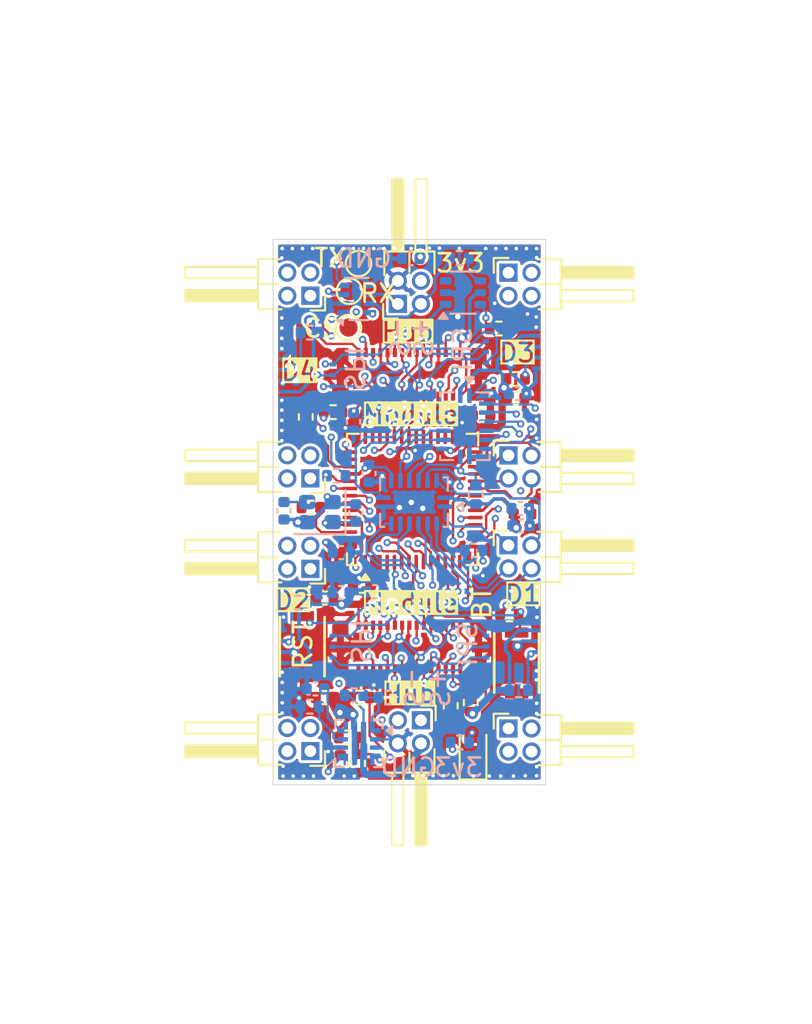
<source format=kicad_pcb>
(kicad_pcb (version 20241229) (generator "pcbnew") (generator_version "9.0")
  (title_block (title "CACKLE - Hub") (date "2024-10-20") (rev "V1") (comment 1 "Licensed under CERN-OHL-S v2") (comment 2 "Author: Asher Edwards"))
  (layers (0 "F.Cu" signal) (4 "In1.Cu" signal) (6 "In2.Cu" signal) (8 "In3.Cu" signal) (10 "In4.Cu" signal) (2 "B.Cu" signal) (13 "F.Paste" user) (15 "B.Paste" user) (5 "F.SilkS" user "F.Silkscreen") (7 "B.SilkS" user "B.Silkscreen") (1 "F.Mask" user) (3 "B.Mask" user) (25 "Edge.Cuts" user))
  (net 0 "")
  (net 1 "VDD")
  (net 2 "GND")
  (net 3 "Net-(C11-Pad2)")
  (net 4 "Net-(U1-XTAL_P)")
  (net 5 "Net-(U1-XTAL_N)")
  (net 6 "NRST")
  (net 7 "Net-(D1-A)")
  (net 8 "ADC-1A")
  (net 9 "ADC-1C")
  (net 10 "ADC-1B")
  (net 11 "ADC-1D")
  (net 12 "PWM-2D")
  (net 13 "PWM-2C")
  (net 14 "PWM-2A")
  (net 15 "PWM-2B")
  (net 16 "MISO")
  (net 17 "CS-1")
  (net 18 "MOSI")
  (net 19 "SCK")
  (net 20 "ADC-2B")
  (net 21 "ADC-2C")
  (net 22 "ADC-2D")
  (net 23 "ADC-2A")
  (net 24 "CS-2")
  (net 25 "PWM-3C")
  (net 26 "PWM-3B")
  (net 27 "PWM-3D")
  (net 28 "PWM-3A")
  (net 29 "ADC-3A")
  (net 30 "ADC-3B")
  (net 31 "ADC-3C")
  (net 32 "ADC-3D")
  (net 33 "CS-3")
  (net 34 "PWM-4A")
  (net 36 "PWM-4D")
  (net 37 "PWM-4B")
  (net 39 "PWM-4C")
  (net 42 "Net-(U1-GPIO3)")
  (net 43 "Net-(U1-MTCK)")
  (net 44 "Net-(U1-MTDO)")
  (net 45 "Net-(U1-MTDI)")
  (net 46 "LED")
  (net 47 "RS485-")
  (net 48 "RS485+")
  (net 49 "BOOT")
  (net 50 "ShiftCLK")
  (net 51 "ShiftData")
  (net 55 "CS-4")
  (net 56 "ShiftEn")
  (net 57 "UART0_TX")
  (net 60 "UART0_RX")
  (net 64 "Free-1")
  (net 65 "SDA")
  (net 66 "SCL")
  (net 67 "PWM-1B")
  (net 68 "PWM-1C")
  (net 69 "PWM-1A")
  (net 70 "PWM-1D")
  (net 71 "ShiftLatch")
  (net 72 "Free-2")
  (net 73 "UART0-RTS")
  (net 74 "ADC-4C")
  (net 75 "ADC-4A")
  (net 76 "ADC-4B")
  (net 77 "ADC-4D")
  (net 78 "VBUS")
  (net 79 "Net-(U4-dV{slash}dt)")
  (net 80 "Net-(U4-ITIMER)")
  (net 81 "Net-(U4-EN{slash}UVLO)")
  (net 82 "Net-(U4-ILIM)")
  (net 83 "Net-(R16-Pad1)")
  (net 86 "Net-(U2-SER)")
  (net 87 "Net-(U4-PGTH)")
  (net 88 "R_Switch")
  (footprint "Capacitor_SMD:C_0402_1005Metric" (layer "F.Cu") (at 157.425 91.225 180)
    (property "Reference" "C22" (hide yes))
    (property "Value" "10nF")
  )
  (footprint "LED_SMD:LED_0603_1608Metric_Pad1.05x0.95mm_HandSolder" (layer "F.Cu") (at 158.9 109.85 90)
    (property "Reference" "D1" (hide yes))
    (property "Value" "2.6~3.1 Fv Green 5ma")
  )
  (footprint "Resistor_SMD:R_0402_1005Metric" (layer "F.Cu") (at 155.8 101.65)
    (property "Reference" "R1" (hide yes))
    (property "Value" "100k")
  )
  (footprint "Connector_PinHeader_1.27mm:PinHeader_2x02_P1.27mm_Horizontal" (layer "F.Cu") (at 160.85 98.625)
    (property "Reference" "J15" (hide yes))
    (property "Value" "Precidip 853-87-004-20-001101")
  )
  (footprint "Resistor_SMD:R_0402_1005Metric" (layer "F.Cu") (at 152.025 109.2 180)
    (property "Reference" "R21" (hide yes))
    (property "Value" "150k")
  )
  (footprint "TestPoint:TestPoint_Pad_D1.0mm" (layer "F.Cu") (at 152.1 84.65)
    (property "Reference" "TP20" (hide yes))
    (property "Value" "RTS")
  )
  (footprint "Capacitor_SMD:C_0402_1005Metric" (layer "F.Cu") (at 150.75 101.525)
    (property "Reference" "C9" (hide yes))
    (property "Value" "1uF")
  )
  (footprint "Resistor_SMD:R_0402_1005Metric" (layer "F.Cu") (at 151.2 91.3 180)
    (property "Reference" "R3" (hide yes))
    (property "Value" "33ohm")
  )
  (footprint "Connector_PinHeader_1.27mm:PinHeader_2x02_P1.27mm_Horizontal" (layer "F.Cu") (at 160.85 93.68)
    (property "Reference" "J7" (hide yes))
    (property "Value" "Precidip 853-87-004-20-001101")
  )
  (footprint "Connector_PinHeader_1.27mm:PinHeader_2x02_P1.27mm_Horizontal" (layer "F.Cu") (at 154.765 85.345 90)
    (property "Reference" "J12" (hide yes))
    (property "Value" "Precidip 853-87-004-20-001101")
  )
  (footprint "Capacitor_SMD:C_0402_1005Metric" (layer "F.Cu") (at 152.775 100.875 180)
    (property "Reference" "C4" (hide yes))
    (property "Value" "100nF")
  )
  (footprint "TestPoint:TestPoint_Pad_D1.0mm" (layer "F.Cu") (at 152.05 86.65)
    (property "Reference" "TP2" (hide yes))
    (property "Value" "RX")
  )
  (footprint "Misumi switches:R-667995_MIT" (layer "F.Cu") (at 149.5 104.2 90)
    (property "Reference" "SW2" (hide yes))
    (property "Value" "Mitsumi R-667996")
  )
  (footprint "Resistor_SMD:R_0402_1005Metric" (layer "F.Cu") (at 152.575 110.625 90)
    (property "Reference" "R14" (hide yes))
    (property "Value" "100k")
  )
  (footprint "Connector_PinHeader_1.27mm:PinHeader_2x02_P1.27mm_Horizontal" (layer "F.Cu") (at 149.95 94.945 180)
    (property "Reference" "J9" (hide yes))
    (property "Value" "Precidip 853-87-004-20-001101")
  )
  (footprint "Capacitor_SMD:C_0402_1005Metric" (layer "F.Cu") (at 161.25 90.525 180)
    (property "Reference" "C7" (hide yes))
    (property "Value" "1uF")
  )
  (footprint "Connector_PinHeader_1.27mm:PinHeader_2x02_P1.27mm_Horizontal" (layer "F.Cu") (at 149.95 109.945 180)
    (property "Reference" "J2" (hide yes))
    (property "Value" "Precidip 853-87-004-20-001101")
  )
  (footprint "Resistor_SMD:R_0402_1005Metric" (layer "F.Cu") (at 149.7 91.565001 90)
    (property "Reference" "R4" (hide yes))
    (property "Value" "33ohm")
  )
  (footprint "Misumi switches:R-667995_MIT" (layer "F.Cu") (at 161.3 105.1 90)
    (property "Reference" "SW1" (hide yes))
    (property "Value" "Mitsumi R-667996")
  )
  (footprint "Resistor_SMD:R_0402_1005Metric" (layer "F.Cu") (at 158.775 107.275 90)
    (property "Reference" "R8" (hide yes))
    (property "Value" "10k")
  )
  (footprint "Resistor_SMD:R_0402_1005Metric" (layer "F.Cu") (at 157.675 107.45 90)
    (property "Reference" "R9" (hide yes))
    (property "Value" "10k")
  )
  (footprint "Resistor_SMD:R_0402_1005Metric" (layer "F.Cu") (at 160.325 86.7 180)
    (property "Reference" "R22" (hide yes))
    (property "Value" "10k")
  )
  (footprint "Capacitor_SMD:C_0402_1005Metric" (layer "F.Cu") (at 151.6 110.65 -90)
    (property "Reference" "C17" (hide yes))
    (property "Value" "3.3nF")
  )
  (footprint "Connector_PinHeader_1.27mm:PinHeader_2x02_P1.27mm_Horizontal" (layer "F.Cu") (at 149.95 84.895 180)
    (property "Reference" "J10" (hide yes))
    (property "Value" "Precidip 853-87-004-20-001101")
  )
  (footprint "Package_DFN_QFN:QFN-56-1EP_7x7mm_P0.4mm_EP4x4mm" (layer "F.Cu") (at 155.575 96.1 90)
    (property "Reference" "U1" (hide yes))
    (property "Value" "ESP32-S3 FN8")
  )
  (footprint "Connector_PinHeader_1.27mm:PinHeader_2x02_P1.27mm_Horizontal" (layer "F.Cu") (at 149.95 99.92 180)
    (property "Reference" "J4" (hide yes))
    (property "Value" "Precidip 853-87-004-20-001101")
  )
  (footprint "Connector_PinHeader_1.27mm:PinHeader_2x02_P1.27mm_Horizontal" (layer "F.Cu") (at 156.035 108.25 -90)
    (property "Reference" "J18" (hide yes))
    (property "Value" "Precidip 852-10-004-20-001101")
  )
  (footprint "Capacitor_SMD:C_0402_1005Metric" (layer "F.Cu") (at 161.625 96.9 180)
    (property "Reference" "C8" (hide yes))
    (property "Value" "100nF")
  )
  (footprint "Capacitor_SMD:C_0402_1005Metric" (layer "F.Cu") (at 154.625 106.6)
    (property "Reference" "C13" (hide yes))
    (property "Value" "1uF")
  )
  (footprint "custom_testpoints:TE_mezzanine_rec_3-2363961-0" (layer "F.Cu") (at 155.4 89.3)
    (property "Reference" "J16" (hide yes))
    (property "Value" "TE 3-2363961-0 receptacle")
  )
  (footprint "Resistor_SMD:R_0402_1005Metric" (layer "F.Cu") (at 161.25 89.475)
    (property "Reference" "R19" (hide yes))
    (property "Value" "10k")
  )
  (footprint "Resistor_SMD:R_0402_1005Metric" (layer "F.Cu") (at 152.7 107 180)
    (property "Reference" "R7" (hide yes))
    (property "Value" "10k")
  )
  (footprint "Resistor_SMD:R_0402_1005Metric" (layer "F.Cu") (at 160.9 102.425 180)
    (property "Reference" "R17" (hide yes))
    (property "Value" "10k")
  )
  (footprint "Capacitor_SMD:C_0402_1005Metric" (layer "F.Cu") (at 150.725 107 180)
    (property "Reference" "C14" (hide yes))
    (property "Value" "22uF")
  )
  (footprint "Resistor_SMD:R_0402_1005Metric" (layer "F.Cu") (at 149.975 96.55)
    (property "Reference" "R6" (hide yes))
    (property "Value" "22 ohm")
  )
  (footprint "TestPoint:TestPoint_Pad_D1.0mm" (layer "F.Cu") (at 152.6 83.125)
    (property "Reference" "TP3" (hide yes))
    (property "Value" "TX")
  )
  (footprint "custom_testpoints:TE_mezzanine_rec_3-2363961-0" (layer "F.Cu") (at 155.4 104.3)
    (property "Reference" "J13" (hide yes))
    (property "Value" "TE 3-2363961-0 receptacle")
  )
  (footprint "Connector_PinHeader_1.27mm:PinHeader_2x02_P1.27mm_Horizontal" (layer "F.Cu") (at 160.85 108.7)
    (property "Reference" "J1" (hide yes))
    (property "Value" "Precidip 853-87-004-20-001101")
  )
  (footprint "Connector_PinHeader_1.27mm:PinHeader_2x02_P1.27mm_Horizontal" (layer "F.Cu") (at 160.85 83.63)
    (property "Reference" "J6" (hide yes))
    (property "Value" "Precidip 853-87-004-20-001101")
  )
  (footprint "Capacitor_SMD:C_0402_1005Metric" (layer "F.Cu") (at 159.375 91.475 180)
    (property "Reference" "C5" (hide yes))
    (property "Value" "100nF")
  )
  (footprint "custom_Connector:fpc_7pin_0.3mm_connector Aces" (layer "B.Cu") (at 149.725 89.275 90)
    (property "Reference" "J11" (hide yes))
    (property "Value" "FPC 0.3mm Aces 51688-0070M")
  )
  (footprint "Resistor_SMD:R_0402_1005Metric" (layer "B.Cu") (at 152.35 106.875 180)
    (property "Reference" "R11" (hide yes))
    (property "Value" "470k")
  )
  (footprint "Capacitor_SMD:C_0402_1005Metric" (layer "B.Cu") (at 161.355 90.275)
    (property "Reference" "C16" (hide yes))
    (property "Value" "1uF")
  )
  (footprint "Resistor_SMD:R_0402_1005Metric" (layer "B.Cu") (at 154.225 107 180)
    (property "Reference" "R12" (hide yes))
    (property "Value" "332k")
  )
  (footprint "Resistor_SMD:R_0402_1005Metric" (layer "B.Cu") (at 158.175 109.475)
    (property "Reference" "R10" (hide yes))
    (property "Value" "100 ohm")
  )
  (footprint "Capacitor_SMD:C_0402_1005Metric" (layer "B.Cu") (at 155.475 82.85 180)
    (property "Reference" "C1" (hide yes))
    (property "Value" "22uF")
  )
  (footprint "Package_DFN_QFN:DHVQFN-16-1EP_2.5x3.5mm_P0.5mm_EP1x2mm" (layer "B.Cu") (at 158.45 92.075 180)
    (property "Reference" "U2" (hide yes))
    (property "Value" "SN74LV595A")
  )
  (footprint "Capacitor_SMD:C_0402_1005Metric" (layer "B.Cu") (at 153.175 94.675 -90)
    (property "Reference" "C10" (hide yes))
    (property "Value" "100nF")
  )
  (footprint "Capacitor_SMD:C_0402_1005Metric" (layer "B.Cu") (at 151.625 101.225 180)
    (property "Reference" "C2" (hide yes))
    (property "Value" "1uF")
  )
  (footprint "custom_Power_QFN:QFN-10_10VQFN_2x2mm_P0.5mm" (layer "B.Cu") (at 152.625 109.525 180)
    (property "Reference" "U4" (hide yes))
    (property "Value" "TPS2521ARPWR")
  )
  (footprint "Capacitor_SMD:C_0402_1005Metric" (layer "B.Cu") (at 152.325 91.825 -90)
    (property "Reference" "C19" (hide yes))
    (property "Value" "10nF")
  )
  (footprint "Capacitor_SMD:C_0402_1005Metric" (layer "B.Cu") (at 150.23 106.525 180)
    (property "Reference" "C18" (hide yes))
    (property "Value" "2.7nF")
  )
  (footprint "Resistor_SMD:R_0402_1005Metric" (layer "B.Cu") (at 149.925 107.5)
    (property "Reference" "R15" (hide yes))
    (property "Value" "6.04k")
  )
  (footprint "Capacitor_SMD:C_0402_1005Metric" (layer "B.Cu") (at 152.45 96.85 90)
    (property "Reference" "C12" (hide yes))
    (property "Value" "12pF")
  )
  (footprint "Crystal:Crystal_SMD_2016-4Pin_2.0x1.6mm" (layer "B.Cu") (at 150.475 96.8 180)
    (property "Reference" "Y1" (hide yes))
    (property "Value" "2 pin 40MHZ, 10ppm tol., 20ppm stab., 10pF")
  )
  (footprint "Resistor_SMD:R_0402_1005Metric" (layer "B.Cu") (at 149.925 86.925 180)
    (property "Reference" "R20" (hide yes))
    (property "Value" "10k")
  )
  (footprint "Resistor_SMD:R_0402_1005Metric" (layer "B.Cu") (at 158.15 82.825 180)
    (property "Reference" "R16" (hide yes))
    (property "Value" "120ohm")
  )
  (footprint "Resistor_SMD:R_0402_1005Metric" (layer "B.Cu") (at 159.05 95.85 -90)
    (property "Reference" "R13" (hide yes))
    (property "Value" "10k")
  )
  (footprint "Package_TO_SOT_SMD:SOT-363_SC-70-6" (layer "B.Cu") (at 158.35 84.725)
    (property "Reference" "U6" (hide yes))
    (property "Value" "TS5A3159DCK")
  )
  (footprint "Resistor_SMD:R_0402_1005Metric" (layer "B.Cu") (at 149.25 101.775 180)
    (property "Reference" "R18" (hide yes))
    (property "Value" "10k")
  )
  (footprint "Capacitor_SMD:C_0402_1005Metric" (layer "B.Cu") (at 161.55 97.55)
    (property "Reference" "C20" (hide yes))
    (property "Value" "10nF")
  )
  (footprint "Capacitor_SMD:C_0402_1005Metric" (layer "B.Cu") (at 158.925 98.9 180)
    (property "Reference" "C21" (hide yes))
    (property "Value" "10nF")
  )
  (footprint "custom_Connector:fpc_7pin_0.3mm_connector Aces" (layer "B.Cu") (at 149.715 104.2 90)
    (property "Reference" "J5" (hide yes))
    (property "Value" "FPC 0.3mm Aces 51688-0070M")
  )
  (footprint "Capacitor_SMD:C_0402_1005Metric" (layer "B.Cu") (at 148.5 96.725 90)
    (property "Reference" "C11" (hide yes))
    (property "Value" "12pF")
  )
  (footprint "Capacitor_SMD:C_0402_1005Metric" (layer "B.Cu") (at 153.5 101.175)
    (property "Reference" "C3" (hide yes))
    (property "Value" "10uF")
  )
  (footprint "Package_DFN_QFN:DHVQFN-16-1EP_2.5x3.5mm_P0.5mm_EP1x2mm" (layer "B.Cu") (at 155.65 96.25 90)
    (property "Reference" "U5" (hide yes))
    (property "Value" "SN74LV595A")
  )
  (footprint "Capacitor_SMD:C_0402_1005Metric" (layer "B.Cu") (at 161.5 96.6)
    (property "Reference" "C15" (hide yes))
    (property "Value" "1uF")
  )
  (footprint "custom_Connector:fpc_7pin_0.3mm_connector Aces" (layer "B.Cu") (at 161.075 88 -90)
    (property "Reference" "J8" (hide yes))
    (property "Value" "FPC 0.3mm Aces 51688-0070M")
  )
  (footprint "Capacitor_SMD:C_0402_1005Metric" (layer "B.Cu") (at 151.655 99.025 180)
    (property "Reference" "C6" (hide yes))
    (property "Value" "100nF")
  )
  (footprint "Package_TO_SOT_SMD:SOT-583-8" (layer "B.Cu") (at 152.5 85.075)
    (property "Reference" "U3" (hide yes))
    (property "Value" "THVD1420DRLR")
  )
  (footprint "Resistor_SMD:R_0402_1005Metric" (layer "B.Cu") (at 161.415 106.6)
    (property "Reference" "R2" (hide yes))
    (property "Value" "10k")
  )
  (footprint "custom_Connector:fpc_7pin_0.3mm_connector Aces" (layer "B.Cu") (at 161.1 104.2 -90)
    (property "Reference" "J3" (hide yes))
    (property "Value" "FPC 0.3mm Aces 51688-0070M")
  )
  (footprint "Resistor_SMD:R_0402_1005Metric" (layer "B.Cu") (at 151.375 94.8)
    (property "Reference" "R5" (hide yes))
    (property "Value" "33ohm")
  )
  (gr_rect (start 147.9 81.8) (end 162.9 111.8) (stroke (width 0.05)) (fill no) (layer "Edge.Cuts"))
  (gr_text "D2" (at 147.9 102.25 0) (layer "F.SilkS" knockout) (effects (font (size 1 1)) (justify left bottom)))
  (gr_text "CS" (at 149.475 87.275 0) (layer "F.SilkS") (effects (font (size 1 1)) (justify left bottom)))
  (gr_text "Hub" (at 153.875 107.375 0) (layer "F.SilkS" knockout) (effects (font (size 1 1)) (justify left bottom)))
  (gr_text "D3" (at 160.25 88.625 0) (layer "F.SilkS" knockout) (effects (font (size 1 1)) (justify left bottom)))
  (gr_text "D1" (at 160.575 101.925 0) (layer "F.SilkS" knockout) (effects (font (size 1 1)) (justify left bottom)))
  (gr_text "3v3" (at 156.78 83.685 0) (layer "F.SilkS") (effects (font (size 1 1)) (justify left bottom)))
  (gr_text "Hub" (at 153.775 87.475 0) (layer "F.SilkS" knockout) (effects (font (size 1 1)) (justify left bottom)))
  (gr_text "BT" (at 159.975 102.775 90) (layer "F.SilkS") (effects (font (size 1 1)) (justify left bottom)))
  (gr_text "RX" (at 152.6 85.35 0) (layer "F.SilkS") (effects (font (size 1 1)) (justify left bottom)))
  (gr_text "Module" (at 152.75 102.4 0) (layer "F.SilkS" knockout) (effects (font (size 1 1)) (justify left bottom)))
  (gr_text "D4" (at 148.25 89.65 0) (layer "F.SilkS" knockout) (effects (font (size 1 1)) (justify left bottom)))
  (gr_text "Module" (at 152.75 92.025 0) (layer "F.SilkS" knockout) (effects (font (size 1 1)) (justify left bottom)))
  (gr_text "TX" (at 150.075 83.4 0) (layer "F.SilkS") (effects (font (size 1 1)) (justify left bottom)))
  (gr_text "RST" (at 150.125 105.55 90) (layer "F.SilkS") (effects (font (size 1 1)) (justify left bottom)))
  (gr_text "S-" (at 154.225 88.375 -90) (layer "B.SilkS") (effects (font (size 1 1)) (justify left bottom mirror)))
  (gr_text "SPI" (at 158.9 86.525 90) (layer "B.SilkS") (effects (font (size 1 1)) (justify left bottom mirror)))
  (gr_text "SPI" (at 151.775 90.225 270) (layer "B.SilkS") (effects (font (size 1 1)) (justify left bottom mirror)))
  (gr_text "GND" (at 154.525 83.425 0) (layer "B.SilkS") (effects (font (size 1 1)) (justify left bottom mirror)))
  (gr_text "S+" (at 155.525 88.375 -90) (layer "B.SilkS") (effects (font (size 1 1)) (justify left bottom mirror)))
  (gr_text "SPI" (at 152.1 105.2 270) (layer "B.SilkS") (effects (font (size 1 1)) (justify left bottom mirror)))
  (gr_text "SPI" (at 159.2 102.75 90) (layer "B.SilkS") (effects (font (size 1 1)) (justify left bottom mirror)))
  (gr_text "3v3" (at 159.525 111.425 0) (layer "B.SilkS") (effects (font (size 1 1)) (justify left bottom mirror)))
  (gr_text "GND" (at 153.725 111.425 0) (layer "B.SilkS") (effects (font (size 1 1)) (justify right bottom mirror)))
  (gr_text "S-" (at 155.025 107.65 -90) (layer "B.SilkS") (effects (font (size 1 1)) (justify left bottom mirror)))
  (gr_text "S+" (at 156.45 107.65 -90) (layer "B.SilkS") (effects (font (size 1 1)) (justify left bottom mirror)))
  (segment (start 150.834187 98.461036) (end 150.794887 98.461036) (width 0.4) (layer "F.Cu") (net 1))
  (segment (start 158.2 104.95332) (end 158.2 105.555) (width 0.13) (layer "F.Cu") (net 1))
  (segment (start 152.704875 101.870125) (end 151.663507 101.870125) (width 0.4) (layer "F.Cu") (net 1))
  (segment (start 159.6 106.55) (end 159.6 107.16282) (width 0.13) (layer "F.Cu") (net 1))
  (segment (start 158.895 91.475) (end 158.895 91.904999) (width 0.4) (layer "F.Cu") (net 1))
  (segment (start 152.6 103.02) (end 152.6 101.975) (width 0.13) (layer "F.Cu") (net 1))
  (segment (start 158.2 105.8) (end 158.575 106.175) (width 0.13) (layer "F.Cu") (net 1))
  (segment (start 151.625 99.559999) (end 151.625 99.05) (width 0.4) (layer "F.Cu") (net 1))
  (segment (start 153.255 100.875) (end 153.255 101.32) (width 0.4) (layer "F.Cu") (net 1))
  (segment (start 152.6 90.972818) (end 152.416003 91.156815) (width 0.13) (layer "F.Cu") (net 1))
  (segment (start 160.634999 102.075) (end 160.713318 101.996681) (width 0.2) (layer "F.Cu") (net 1))
  (segment (start 152.307806 91.2) (end 152.409813 91.302007) (width 0.13) (layer "F.Cu") (net 1))
  (segment (start 152.638856 94.7) (end 152.96 94.378856) (width 0.2) (layer "F.Cu") (net 1))
  (segment (start 153.255 101.32) (end 152.704875 101.870125) (width 0.4) (layer "F.Cu") (net 1))
  (segment (start 151.205 101.15) (end 151.459999 100.895001) (width 0.4) (layer "F.Cu") (net 1))
  (segment (start 158.6 103.839612) (end 158.6 104.55332) (width 0.13) (layer "F.Cu") (net 1))
  (segment (start 161.280158 97.665001) (end 161.29 97.655159) (width 0.4) (layer "F.Cu") (net 1))
  (segment (start 152.307806 91.2) (end 152.409813 91.302007) (width 0.13) (layer "F.Cu") (net 1))
  (segment (start 152.19 107) (end 151.575001 107.614999) (width 0.13) (layer "F.Cu") (net 1))
  (segment (start 158.524 90.096) (end 158.524 88.344) (width 0.13) (layer "F.Cu") (net 1))
  (segment (start 161.29 97.655159) (end 161.29 97.045) (width 0.4) (layer "F.Cu") (net 1))
  (segment (start 158.2 103.02) (end 158.2 103.439612) (width 0.13) (layer "F.Cu") (net 1))
  (segment (start 151.575 107.825) (end 151.575 107.69) (width 0.13) (layer "F.Cu") (net 1))
  (segment (start 158.645 91.225) (end 158.895 91.475) (width 0.2) (layer "F.Cu") (net 1))
  (segment (start 152.259 87.544) (end 152.6 87.885) (width 0.13) (layer "F.Cu") (net 1))
  (segment (start 159.024999 96.7) (end 159.437922 96.7) (width 0.16) (layer "F.Cu") (net 1))
  (segment (start 152.380621 91.232819) (end 152.339999 91.232819) (width 0.13) (layer "F.Cu") (net 1))
  (segment (start 151.23 101.475) (end 151.205 101.45) (width 0.4) (layer "F.Cu") (net 1))
  (segment (start 151.515 108.727165) (end 152.303789 107.938376) (width 0.2) (layer "F.Cu") (net 1))
  (segment (start 152.41344 91.2) (end 152.380621 91.232819) (width 0.13) (layer "F.Cu") (net 1))
  (segment (start 149.899 86.257594) (end 149.881761 86.274833) (width 0.13) (layer "F.Cu") (net 1))
  (segment (start 150.84068 87.544) (end 152.259 87.544) (width 0.13) (layer "F.Cu") (net 1))
  (segment (start 160.279 92.146) (end 160.5 91.925) (width 0.4) (layer "F.Cu") (net 1))
  (segment (start 159.437922 96.7) (end 160.042514 96.095408) (width 0.16) (layer "F.Cu") (net 1))
  (segment (start 160.39 102.425) (end 160.634999 102.180001) (width 0.2) (layer "F.Cu") (net 1))
  (segment (start 160.5 90.068307) (end 160.607921 89.960386) (width 0.4) (layer "F.Cu") (net 1))
  (segment (start 151.575001 107.614999) (end 151.575 107.825) (width 0.13) (layer "F.Cu") (net 1))
  (segment (start 152.6 90.42) (end 152.6 90.972818) (width 0.13) (layer "F.Cu") (net 1))
  (segment (start 149.881761 86.274833) (end 149.881761 86.585081) (width 0.13) (layer "F.Cu") (net 1))
  (segment (start 152.429999 91.302007) (end 152.409813 91.302007) (width 0.13) (layer "F.Cu") (net 1))
  (segment (start 151.205 101.45) (end 151.205 101.14) (width 0.4) (layer "F.Cu") (net 1))
  (segment (start 152.59 106.665) (end 152.255 107) (width 0.13) (layer "F.Cu") (net 1))
  (segment (start 152.429999 91.302007) (end 152.409813 91.302007) (width 0.13) (layer "F.Cu") (net 1))
  (segment (start 158.2 105.555) (end 158.2 105.42) (width 0.13) (layer "F.Cu") (net 1))
  (segment (start 158.2 90.42) (end 158.524 90.096) (width 0.13) (layer "F.Cu") (net 1))
  (segment (start 158.873522 107.933522) (end 158.873522 107.889298) (width 0.4) (layer "F.Cu") (net 1))
  (segment (start 152.429999 91.302007) (end 152.416003 91.316003) (width 0.13) (layer "F.Cu") (net 1))
  (segment (start 159.225 106.175) (end 159.6 106.55) (width 0.13) (layer "F.Cu") (net 1))
  (segment (start 161.145 96.62) (end 161.145 96.9) (width 0.16) (layer "F.Cu") (net 1))
  (segment (start 158.775 107.785) (end 157.85 107.785) (width 0.13) (layer "F.Cu") (net 1))
  (segment (start 158.895 91.904999) (end 159.136001 92.146) (width 0.4) (layer "F.Cu") (net 1))
  (segment (start 160.042514 96.095408) (end 160.620408 96.095408) (width 0.16) (layer "F.Cu") (net 1))
  (segment (start 157.85 107.785) (end 157.675 107.96) (width 0.13) (layer "F.Cu") (net 1))
  (segment (start 152.6 87.885) (end 152.6 88.02) (width 0.13) (layer "F.Cu") (net 1))
  (segment (start 158.575 106.175) (end 159.225 106.175) (width 0.13) (layer "F.Cu") (net 1))
  (segment (start 152.307806 91.2) (end 152.41344 91.2) (width 0.13) (layer "F.Cu") (net 1))
  (segment (start 158.524 88.344) (end 158.2 88.02) (width 0.13) (layer "F.Cu") (net 1))
  (segment (start 158.2 87.317573) (end 158.299791 87.217782) (width 0.13) (layer "F.Cu") (net 1))
  (segment (start 151.459999 99.725) (end 151.459999 99.086848) (width 0.4) (layer "F.Cu") (net 1))
  (segment (start 152.429999 91.302007) (end 152.416003 91.316003) (width 0.13) (layer "F.Cu") (net 1))
  (segment (start 152.6 106.665) (end 152.59 106.665) (width 0.13) (layer "F.Cu") (net 1))
  (segment (start 152.6 105.42) (end 152.6 106.665) (width 0.13) (layer "F.Cu") (net 1))
  (segment (start 158.6 104.55332) (end 158.2 104.95332) (width 0.13) (layer "F.Cu") (net 1))
  (segment (start 151.459999 99.725) (end 151.625 99.559999) (width 0.4) (layer "F.Cu") (net 1))
  (segment (start 152.416003 91.156815) (end 152.416003 91.316003) (width 0.13) (layer "F.Cu") (net 1))
  (segment (start 160.634999 102.180001) (end 160.634999 102.075) (width 0.2) (layer "F.Cu") (net 1))
  (segment (start 152.307806 91.2) (end 152.41344 91.2) (width 0.13) (layer "F.Cu") (net 1))
  (segment (start 158.775 107.785) (end 158.873522 107.883522) (width 0.13) (layer "F.Cu") (net 1))
  (segment (start 149.881761 86.585081) (end 150.84068 87.544) (width 0.13) (layer "F.Cu") (net 1))
  (segment (start 158.873522 107.883522) (end 158.873522 107.889298) (width 0.13) (layer "F.Cu") (net 1))
  (segment (start 152.255 107) (end 152.19 107) (width 0.13) (layer "F.Cu") (net 1))
  (segment (start 152.6 101.975) (end 152.704875 101.870125) (width 0.13) (layer "F.Cu") (net 1))
  (segment (start 151.23 101.525) (end 151.23 101.475) (width 0.4) (layer "F.Cu") (net 1))
  (segment (start 158.2 103.439612) (end 158.6 103.839612) (width 0.13) (layer "F.Cu") (net 1))
  (segment (start 160.5 91.925) (end 160.5 90.068307) (width 0.4) (layer "F.Cu") (net 1))
  (segment (start 161.29 97.045) (end 161.145 96.9) (width 0.4) (layer "F.Cu") (net 1))
  (segment (start 151.515 109.2) (end 151.515 108.727165) (width 0.2) (layer "F.Cu") (net 1))
  (segment (start 159.6 107.16282) (end 158.873522 107.889298) (width 0.13) (layer "F.Cu") (net 1))
  (segment (start 159.136001 92.146) (end 160.279 92.146) (width 0.4) (layer "F.Cu") (net 1))
  (segment (start 151.459999 100.885001) (end 151.459999 99.725) (width 0.4) (layer "F.Cu") (net 1))
  (segment (start 157.886235 93.420379) (end 157.659492 93.420379) (width 0.2) (layer "F.Cu") (net 1))
  (segment (start 160.713318 101.996681) (end 160.713318 101.93061) (width 0.2) (layer "F.Cu") (net 1))
  (segment (start 160.620408 96.095408) (end 161.145 96.62) (width 0.16) (layer "F.Cu") (net 1))
  (segment (start 151.205 101.14) (end 151.459999 100.885001) (width 0.4) (layer "F.Cu") (net 1))
  (segment (start 158.2 105.42) (end 158.2 105.8) (width 0.13) (layer "F.Cu") (net 1))
  (segment (start 157.905 91.225) (end 158.645 91.225) (width 0.2) (layer "F.Cu") (net 1))
  (segment (start 158.175 93.131614) (end 157.886235 93.420379) (width 0.2) (layer "F.Cu") (net 1))
  (segment (start 151.459999 99.086848) (end 150.834187 98.461036) (width 0.4) (layer "F.Cu") (net 1))
  (segment (start 151.205 101.45) (end 151.205 101.15) (width 0.4) (layer "F.Cu") (net 1))
  (segment (start 158.2 88.02) (end 158.2 87.317573) (width 0.13) (layer "F.Cu") (net 1))
  (segment (start 152.125 94.7) (end 152.638856 94.7) (width 0.2) (layer "F.Cu") (net 1))
  (segment (start 158.2 105.42) (end 158.2 105.555) (width 0.13) (layer "F.Cu") (net 1))
  (segment (start 158.175 92.65) (end 158.175 93.131614) (width 0.2) (layer "F.Cu") (net 1))
  (via (at 160.607921 89.960386) (size 0.6) (drill 0.3) (layers "F.Cu" "B.Cu") (net 1))
  (via (at 153.375 85.9) (size 0.4) (drill 0.2) (layers "F.Cu" "B.Cu") (net 1))
  (via (at 158.873522 107.889298) (size 0.6) (drill 0.3) (layers "F.Cu" "B.Cu") (net 1))
  (via (at 159.454771 99.488007) (size 0.4) (drill 0.2) (layers "F.Cu" "B.Cu") (net 1))
  (via (at 160.713318 101.93061) (size 0.4) (drill 0.2) (layers "F.Cu" "B.Cu") (net 1))
  (via (at 156 82.75) (size 0.6) (drill 0.3) (layers "F.Cu" "B.Cu") (net 1))
  (via (at 158.299791 87.217782) (size 0.6) (drill 0.3) (layers "F.Cu" "B.Cu") (net 1))
  (via (at 149.899 86.257594) (size 0.6) (drill 0.3) (layers "F.Cu" "B.Cu") (net 1))
  (via (at 152.339999 91.232819) (size 0.4) (drill 0.2) (layers "F.Cu" "B.Cu") (net 1))
  (via (at 151.575 107.825) (size 0.6) (drill 0.3) (layers "F.Cu" "B.Cu") (net 1))
  (via (at 152.96 94.378856) (size 0.4) (drill 0.2) (layers "F.Cu" "B.Cu") (net 1))
  (via (at 150.794887 98.461036) (size 0.4) (drill 0.2) (layers "F.Cu" "B.Cu") (net 1))
  (via (at 152.303789 107.938376) (size 0.6) (drill 0.3) (layers "F.Cu" "B.Cu") (net 1))
  (via (at 157.659492 93.420379) (size 0.4) (drill 0.2) (layers "F.Cu" "B.Cu") (net 1))
  (via (at 161.280158 97.665001) (size 0.6) (drill 0.3) (layers "F.Cu" "B.Cu") (net 1))
  (via (at 151.663507 101.870125) (size 0.6) (drill 0.3) (layers "F.Cu" "B.Cu") (net 1))
  (segment (start 151.75338 101.780252) (end 151.663507 101.870125) (width 0.16) (layer "B.Cu") (net 1))
  (segment (start 160.905 106.6) (end 160.16282 106.6) (width 0.4) (layer "B.Cu") (net 1))
  (segment (start 151.972175 101.755097) (end 151.74637 101.755097) (width 0.16) (layer "B.Cu") (net 1))
  (segment (start 149.325 102.21) (end 149.325 103.753681) (width 0.2) (layer "B.Cu") (net 1))
  (segment (start 149.899 86.257594) (end 149.9567 86.257594) (width 0.2) (layer "B.Cu") (net 1))
  (segment (start 154.4 94.650001) (end 154.074999 94.325) (width 0.13) (layer "B.Cu") (net 1))
  (segment (start 150.121351 86.422245) (end 150.121351 88.700831) (width 0.2) (layer "B.Cu") (net 1))
  (segment (start 149.638763 105.1) (end 148.425 105.1) (width 0.2) (layer "B.Cu") (net 1))
  (segment (start 160.7 104.432241) (end 160.7 104.018763) (width 0.2) (layer "B.Cu") (net 1))
  (segment (start 154.074999 94.325) (end 153.013856 94.325) (width 0.13) (layer "B.Cu") (net 1))
  (segment (start 157.659492 93.420379) (end 157.564113 93.325) (width 0.13) (layer "B.Cu") (net 1))
  (segment (start 160.238898 88.425721) (end 160.238898 88.95) (width 0.2) (layer "B.Cu") (net 1))
  (segment (start 159.06 96.35) (end 159.05 96.36) (width 0.2) (layer "B.Cu") (net 1))
  (segment (start 161.280158 97.665001) (end 161.280158 97.64673) (width 0.2) (layer "B.Cu") (net 1))
  (segment (start 149.8 89.725) (end 149.35 90.175) (width 0.2) (layer "B.Cu") (net 1))
  (segment (start 161.280158 97.64673) (end 161.07 97.436572) (width 0.2) (layer "B.Cu") (net 1))
  (segment (start 150.029999 101.775) (end 150.125124 101.870125) (width 0.2) (layer "B.Cu") (net 1))
  (segment (start 160.905 106.6) (end 160.905 104.637241) (width 0.2) (layer "B.Cu") (net 1))
  (segment (start 149.76 101.775) (end 150.029999 101.775) (width 0.2) (layer "B.Cu") (net 1))
  (segment (start 161.07 96.62759) (end 160.517818 96.075408) (width 0.2) (layer "B.Cu") (net 1))
  (segment (start 150.921035 98.461036) (end 150.794887 98.461036) (width 0.4) (layer "B.Cu") (net 1))
  (segment (start 151.771525 101.780252) (end 151.75338 101.780252) (width 0.16) (layer "B.Cu") (net 1))
  (segment (start 159.125 84.775) (end 159.1 84.775) (width 0.2) (layer "B.Cu") (net 1))
  (segment (start 154.4 95.0625) (end 154.4 94.650001) (width 0.13) (layer "B.Cu") (net 1))
  (segment (start 160.16282 106.6) (end 158.873522 107.889298) (width 0.4) (layer "B.Cu") (net 1))
  (segment (start 159.405 99.438236) (end 159.405 98.9) (width 0.2) (layer "B.Cu") (net 1))
  (segment (start 158.2 90) (end 159.200266 88.999734) (width 0.2) (layer "B.Cu") (net 1))
  (segment (start 157.88128 96.115245) (end 157.766035 96) (width 0.2) (layer "B.Cu") (net 1))
  (segment (start 149.35 90.175) (end 148.435 90.175) (width 0.2) (layer "B.Cu") (net 1))
  (segment (start 149.885802 104.314483) (end 149.885802 104.852961) (width 0.2) (layer "B.Cu") (net 1))
  (segment (start 158.414245 96.115245) (end 157.88128 96.115245) (width 0.2) (layer "B.Cu") (net 1))
  (segment (start 160.7 104.018763) (end 161.418763 103.3) (width 0.2) (layer "B.Cu") (net 1))
  (segment (start 151.997825 101.755097) (end 151.74637 101.755097) (width 0.4) (layer "B.Cu") (net 1))
  (segment (start 151.175 98.715001) (end 150.921035 98.461036) (width 0.4) (layer "B.Cu") (net 1))
  (segment (start 151.75338 101.780252) (end 151.663507 101.870125) (width 0.4) (layer "B.Cu") (net 1))
  (segment (start 161.418763 103.3) (end 162.39 103.3) (width 0.2) (layer "B.Cu") (net 1))
  (segment (start 149.76 101.775) (end 149.325 102.21) (width 0.2) (layer "B.Cu") (net 1))
  (segment (start 160.238898 88.95) (end 160.528898 89.24) (width 0.2) (layer "B.Cu") (net 1))
  (segment (start 159.78759 96.35) (end 159.06 96.35) (width 0.2) (layer "B.Cu") (net 1))
  (segment (start 152.375 108.009587) (end 152.303789 107.938376) (width 0.2) (layer "B.Cu") (net 1))
  (segment (start 151.771525 101.780252) (end 151.74637 101.755097) (width 0.4) (layer "B.Cu") (net 1))
  (segment (start 161.56462 87.1) (end 160.238898 88.425721) (width 0.2) (layer "B.Cu") (net 1))
  (segment (start 153.013856 94.325) (end 152.96 94.378856) (width 0.13) (layer "B.Cu") (net 1))
  (segment (start 158.659 96.36) (end 158.414245 96.115245) (width 0.2) (layer "B.Cu") (net 1))
  (segment (start 150.125124 101.870125) (end 151.663507 101.870125) (width 0.2) (layer "B.Cu") (net 1))
  (segment (start 152.105 101.225) (end 152.105 101.647922) (width 0.4) (layer "B.Cu") (net 1))
  (segment (start 160.062182 96.075408) (end 159.78759 96.35) (width 0.2) (layer "B.Cu") (net 1))
  (segment (start 159.111696 84.725) (end 159.3 84.725) (width 0.2) (layer "B.Cu") (net 1))
  (segment (start 152.105 101.647922) (end 151.997825 101.755097) (width 0.4) (layer "B.Cu") (net 1))
  (segment (start 158.714 85.122696) (end 159.111696 84.725) (width 0.2) (layer "B.Cu") (net 1))
  (segment (start 150.121351 88.700831) (end 149.8 89.022182) (width 0.2) (layer "B.Cu") (net 1))
  (segment (start 159.200266 88.999734) (end 160.189164 88.999734) (width 0.2) (layer "B.Cu") (net 1))
  (segment (start 151.914875 101.870125) (end 151.663507 101.870125) (width 0.4) (layer "B.Cu") (net 1))
  (segment (start 158.2 90.3875) (end 158.2 90) (width 0.2) (layer "B.Cu") (net 1))
  (segment (start 160.905 104.637241) (end 160.7 104.432241) (width 0.2) (layer "B.Cu") (net 1))
  (segment (start 152.375 109.525) (end 152.375 108.009587) (width 0.2) (layer "B.Cu") (net 1))
  (segment (start 149.885802 104.852961) (end 149.638763 105.1) (width 0.2) (layer "B.Cu") (net 1))
  (segment (start 160.189164 88.999734) (end 160.238898 88.95) (width 0.2) (layer "B.Cu") (net 1))
  (segment (start 150.435 86.925) (end 150.435 86.975) (width 0.16) (layer "B.Cu") (net 1))
  (segment (start 152.155 101.175) (end 152.105 101.225) (width 0.4) (layer "B.Cu") (net 1))
  (segment (start 149.325 103.753681) (end 149.885802 104.314483) (width 0.2) (layer "B.Cu") (net 1))
  (segment (start 158.714 86.803573) (end 158.714 85.122696) (width 0.2) (layer "B.Cu") (net 1))
  (segment (start 161.07 97.436572) (end 161.07 96.62759) (width 0.2) (layer "B.Cu") (net 1))
  (segment (start 160.528898 89.881363) (end 160.607921 89.960386) (width 0.2) (layer "B.Cu") (net 1))
  (segment (start 158.299791 87.217782) (end 158.714 86.803573) (width 0.2) (layer "B.Cu") (net 1))
  (segment (start 155.955 83.995) (end 156.035 84.075) (width 0.4) (layer "B.Cu") (net 1))
  (segment (start 151.771525 101.780252) (end 151.75338 101.780252) (width 0.4) (layer "B.Cu") (net 1))
  (segment (start 153.24 85.825) (end 153.3 85.825) (width 0.16) (layer "B.Cu") (net 1))
  (segment (start 157.766035 96) (end 157.3375 96) (width 0.2) (layer "B.Cu") (net 1))
  (segment (start 153.3 85.825) (end 153.375 85.9) (width 0.16) (layer "B.Cu") (net 1))
  (segment (start 157.564113 93.325) (end 157.2625 93.325) (width 0.13) (layer "B.Cu") (net 1))
  (segment (start 159.25 84.825) (end 159.25 84.775) (width 0.2) (layer "B.Cu") (net 1))
  (segment (start 149.8 89.022182) (end 149.8 89.725) (width 0.2) (layer "B.Cu") (net 1))
  (segment (start 160.528898 89.24) (end 160.528898 89.881363) (width 0.2) (layer "B.Cu") (net 1))
  (segment (start 153.02 101.175) (end 152.155 101.175) (width 0.4) (layer "B.Cu") (net 1))
  (segment (start 149.9567 86.257594) (end 150.121351 86.422245) (width 0.2) (layer "B.Cu") (net 1))
  (segment (start 152.08 101.705) (end 151.914875 101.870125) (width 0.4) (layer "B.Cu") (net 1))
  (segment (start 159.05 96.36) (end 158.659 96.36) (width 0.2) (layer "B.Cu") (net 1))
  (segment (start 152.006281 101.789203) (end 151.972175 101.755097) (width 0.16) (layer "B.Cu") (net 1))
  (segment (start 159.454771 99.488007) (end 159.405 99.438236) (width 0.2) (layer "B.Cu") (net 1))
  (segment (start 160.517818 96.075408) (end 160.062182 96.075408) (width 0.2) (layer "B.Cu") (net 1))
  (segment (start 159.25 84.775) (end 159.3 84.725) (width 0.2) (layer "B.Cu") (net 1))
  (segment (start 162.365 87.1) (end 161.56462 87.1) (width 0.2) (layer "B.Cu") (net 1))
  (segment (start 152.006281 101.812719) (end 152.006281 101.789203) (width 0.16) (layer "B.Cu") (net 1))
  (segment (start 151.175 99.025) (end 151.175 98.715001) (width 0.4) (layer "B.Cu") (net 1))
  (segment (start 151.771525 101.780252) (end 151.74637 101.755097) (width 0.16) (layer "B.Cu") (net 1))
  (segment (start 153.8 103.4375) (end 153.8 103.02) (width 0.13) (layer "F.Cu") (net 2))
  (segment (start 153.127455 88.9) (end 151.83 88.9) (width 0.13) (layer "F.Cu") (net 2))
  (segment (start 153.770477 103.467023) (end 153.8 103.4375) (width 0.13) (layer "F.Cu") (net 2))
  (segment (start 156.945 91.225) (end 157.595 91.875) (width 0.2) (layer "F.Cu") (net 2))
  (segment (start 153.8 105.95013) (end 153.441423 106.308707) (width 0.13) (layer "F.Cu") (net 2))
  (segment (start 157 90.42) (end 157 91.17) (width 0.2) (layer "F.Cu") (net 2))
  (segment (start 155.4 88.02) (end 155.4 87.4) (width 0.13) (layer "F.Cu") (net 2))
  (segment (start 153.41 89.182545) (end 153.127455 88.9) (width 0.13) (layer "F.Cu") (net 2))
  (segment (start 157 103.306538) (end 157 103.02) (width 0.13) (layer "F.Cu") (net 2))
  (segment (start 155.613163 89.311837) (end 156.450372 89.311837) (width 0.13) (layer "F.Cu") (net 2))
  (segment (start 152.295 100.48) (end 152.374513 100.400487) (width 0.2) (layer "F.Cu") (net 2))
  (segment (start 158.405 102.425) (end 159.2 103.22) (width 0.13) (layer "F.Cu") (net 2))
  (segment (start 153.826 88.766545) (end 153.41 89.182545) (width 0.13) (layer "F.Cu") (net 2))
  (segment (start 151.83 88.9) (end 151.6 88.67) (width 0.13) (layer "F.Cu") (net 2))
  (segment (start 155.4 105.95) (end 155.105 106.245) (width 0.13) (layer "F.Cu") (net 2))
  (segment (start 151.6 88.22) (end 151.145 88.22) (width 0.4) (layer "F.Cu") (net 2))
  (segment (start 151.145 88.22) (end 150.925 88) (width 0.4) (layer "F.Cu") (net 2))
  (segment (start 153.826 88.046) (end 153.826 88.766545) (width 0.13) (layer "F.Cu") (net 2))
  (segment (start 157 87.45) (end 156.9 87.35) (width 0.13) (layer "F.Cu") (net 2))
  (segment (start 159.2 90.22) (end 159.880991 90.22) (width 0.4) (layer "F.Cu") (net 2))
  (segment (start 155.105 106.245) (end 155.105 106.6) (width 0.13) (layer "F.Cu") (net 2))
  (segment (start 159.2 90.22) (end 159.2 88.22) (width 0.4) (layer "F.Cu") (net 2))
  (segment (start 152.12 104.25) (end 153.338629 104.25) (width 0.13) (layer "F.Cu") (net 2))
  (segment (start 153.8 90.42) (end 153.8 90.028464) (width 0.13) (layer "F.Cu") (net 2))
  (segment (start 158.3 91.875) (end 158.3 91.834649) (width 0.13) (layer "F.Cu") (net 2))
  (segment (start 155.4 103.02) (end 155.341 103.079) (width 0.13) (layer "F.Cu") (net 2))
  (segment (start 157.3 104.8) (end 157.3 103.606538) (width 0.13) (layer "F.Cu") (net 2))
  (segment (start 157.595 91.875) (end 158.3 91.875) (width 0.2) (layer "F.Cu") (net 2))
  (segment (start 151.6 90.22) (end 151.6 88.22) (width 0.4) (layer "F.Cu") (net 2))
  (segment (start 153.8 88.02) (end 153.826 88.046) (width 0.13) (layer "F.Cu") (net 2))
  (segment (start 157 105.1) (end 157.3 104.8) (width 0.13) (layer "F.Cu") (net 2))
  (segment (start 157 106) (end 156.925 106.075) (width 0.13) (layer "F.Cu") (net 2))
  (segment (start 161.73 90.525) (end 161.73 90.38) (width 0.13) (layer "F.Cu") (net 2))
  (segment (start 155.341 104.281) (end 155.4 104.34) (width 0.13) (layer "F.Cu") (net 2))
  (segment (start 151.6 90.22) (end 151.165096 90.654904) (width 0.4) (layer "F.Cu") (net 2))
  (segment (start 151.6 105.22) (end 151.6 103.22) (width 0.4) (layer "F.Cu") (net 2))
  (segment (start 151.165096 90.654904) (end 151.070096 90.654904) (width 0.4) (layer "F.Cu") (net 2))
  (segment (start 156.450372 89.311837) (end 157 88.762209) (width 0.13) (layer "F.Cu") (net 2))
  (segment (start 158.3 91.834649) (end 158.240351 91.775) (width 0.13) (layer "F.Cu") (net 2))
  (segment (start 161.73 90.38) (end 161.835 90.275) (width 0.13) (layer "F.Cu") (net 2))
  (segment (start 155.4 90.42) (end 155.4 89.525) (width 0.13) (layer "F.Cu") (net 2))
  (segment (start 155.4 104.34) (end 155.4 105.42) (width 0.13) (layer "F.Cu") (net 2))
  (segment (start 159.880991 90.22) (end 159.919881 90.25889) (width 0.4) (layer "F.Cu") (net 2))
  (segment (start 157 105.42) (end 157 106) (width 0.13) (layer "F.Cu") (net 2))
  (segment (start 159.855 91.475) (end 159.855 90.323771) (width 0.4) (layer "F.Cu") (net 2))
  (segment (start 157 88.02) (end 157 87.625) (width 0.13) (layer "F.Cu") (net 2))
  (segment (start 155.341 103.079) (end 155.341 104.281) (width 0.13) (layer "F.Cu") (net 2))
  (segment (start 155.4 89.525) (end 155.613163 89.311837) (width 0.13) (layer "F.Cu") (net 2))
  (segment (start 151.6 88.67) (end 151.6 88.22) (width 0.13) (layer "F.Cu") (net 2))
  (segment (start 151.6 104.77) (end 152.12 104.25) (width 0.13) (layer "F.Cu") (net 2))
  (segment (start 153.770477 103.818152) (end 153.770477 103.467023) (width 0.13) (layer "F.Cu") (net 2))
  (segment (start 151.6 105.22) (end 151.6 104.77) (width 0.13) (layer "F.Cu") (net 2))
  (segment (start 157.084999 102.425) (end 158.405 102.425) (width 0.13) (layer "F.Cu") (net 2))
  (segment (start 157 91.17) (end 156.945 91.225) (width 0.2) (layer "F.Cu") (net 2))
  (segment (start 157 105.42) (end 157 105.1) (width 0.13) (layer "F.Cu") (net 2))
  (segment (start 153.8 88.02) (end 153.8 87.5) (width 0.13) (layer "F.Cu") (net 2))
  (segment (start 153.8 105.42) (end 153.8 105.95013) (width 0.13) (layer "F.Cu") (net 2))
  (segment (start 157 88.762209) (end 157 88.02) (width 0.13) (layer "F.Cu") (net 2))
  (segment (start 153.338629 104.25) (end 153.770477 103.818152) (width 0.13) (layer "F.Cu") (net 2))
  (segment (start 153.41 89.638464) (end 153.41 89.182545) (width 0.13) (layer "F.Cu") (net 2))
  (segment (start 155.4 105.42) (end 155.4 105.95) (width 0.13) (layer "F.Cu") (net 2))
  (segment (start 159.855 90.323771) (end 159.919881 90.25889) (width 0.4) (layer "F.Cu") (net 2))
  (segment (start 156.309999 101.65) (end 157.084999 102.425) (width 0.13) (layer "F.Cu") (net 2))
  (segment (start 152.295 100.875) (end 152.295 100.48) (width 0.2) (layer "F.Cu") (net 2))
  (segment (start 157.3 103.606538) (end 157 103.306538) (width 0.13) (layer "F.Cu") (net 2))
  (segment (start 159.2 105.22) (end 159.2 103.22) (width 0.4) (layer "F.Cu") (net 2))
  (segment (start 157 87.625) (end 157 87.45) (width 0.13) (layer "F.Cu") (net 2))
  (segment (start 153.8 90.028464) (end 153.41 89.638464) (width 0.13) (layer "F.Cu") (net 2))
  (segment (start 152.374513 100.400487) (end 152.625 100.400487) (width 0.2) (layer "F.Cu") (net 2))
  (via (at 148.4 107.29) (size 0.4) (drill 0.2) (layers "F.Cu" "B.Cu") (net 2))
  (via (at 151.87896 92.16772) (size 0.4) (drill 0.2) (layers "F.Cu" "B.Cu") (net 2))
  (via (at 161.35 104.163002) (size 0.6) (drill 0.3) (layers "F.Cu" "B.Cu") (net 2))
  (via (at 155.494633 106.61) (size 0.4) (drill 0.2) (layers "F.Cu" "B.Cu") (net 2))
  (via (at 148.45 110.775) (size 0.4) (drill 0.2) (layers "F.Cu" "B.Cu") (net 2))
  (via (at 156.5 82.28) (size 0.4) (drill 0.2) (layers "F.Cu" "B.Cu") (net 2))
  (via (at 158.15 82.3) (size 0.4) (drill 0.2) (layers "F.Cu" "B.Cu") (net 2))
  (via (at 159.919881 90.25889) (size 0.4) (drill 0.2) (layers "F.Cu" "B.Cu") (net 2))
  (via (at 162.42 102.585) (size 0.4) (drill 0.2) (layers "F.Cu" "B.Cu") (net 2))
  (via (at 148.38 87.8) (size 0.4) (drill 0.2) (layers "F.Cu" "B.Cu") (net 2))
  (via (at 155.585 111.3) (size 0.4) (drill 0.2) (layers "F.Cu" "B.Cu") (net 2))
  (via (at 148.446463 111.32) (size 0.4) (drill 0.2) (layers "F.Cu" "B.Cu") (net 2))
  (via (at 149.06085 104.532324) (size 0.6) (drill 0.3) (layers "F.Cu" "B.Cu") (net 2))
  (via (at 159.439797 100.291768) (size 0.4) (drill 0.2) (layers "F.Cu" "B.Cu") (net 2))
  (via (at 148.4 82.3) (size 0.4) (drill 0.2) (layers "F.Cu" "B.Cu") (net 2))
  (via (at 162.03 97.55) (size 0.4) (drill 0.2) (layers "F.Cu" "B.Cu") (net 2))
  (via (at 162.4 110.8) (size 0.4) (drill 0.2) (layers "F.Cu" "B.Cu") (net 2))
  (via (at 160.425 111.32) (size 0.4) (drill 0.2) (layers "F.Cu" "B.Cu") (net 2))
  (via (at 160.092786 85.308315) (size 0.4) (drill 0.2) (layers "F.Cu" "B.Cu") (net 2))
  (via (at 156.705 111.3) (size 0.4) (drill 0.2) (layers "F.Cu" "B.Cu") (net 2))
  (via (at 148.4 105.61) (size 0.4) (drill 0.2) (layers "F.Cu" "B.Cu") (net 2))
  (via (at 155.712959 93.40993) (size 0.4) (drill 0.2) (layers "F.Cu" "B.Cu") (net 2))
  (via (at 162.42 102.025) (size 0.4) (drill 0.2) (layers "F.Cu" "B.Cu") (net 2))
  (via (at 162.375 86.065) (size 0.4) (drill 0.2) (layers "F.Cu" "B.Cu") (net 2))
  (via (at 162.375 86.625) (size 0.4) (drill 0.2) (layers "F.Cu" "B.Cu") (net 2))
  (via (at 162.4 106.025) (size 0.4) (drill 0.2) (layers "F.Cu" "B.Cu") (net 2))
  (via (at 152.625 100.400487) (size 0.4) (drill 0.2) (layers "F.Cu" "B.Cu") (net 2))
  (via (at 153.908338 94.796594) (size 0.4) (drill 0.2) (layers "F.Cu" "B.Cu") (net 2))
  (via (at 148.425 89.699998) (size 0.4) (drill 0.2) (layers "F.Cu" "B.Cu") (net 2))
  (via (at 152.88 82.3) (size 0.4) (drill 0.2) (layers "F.Cu" "B.Cu") (net 2))
  (via (at 148.38 90.65) (size 0.4) (drill 0.2) (layers "F.Cu" "B.Cu") (net 2))
  (via (at 157.265 111.3) (size 0.4) (drill 0.2) (layers "F.Cu" "B.Cu") (net 2))
  (via (at 148.38 91.189021) (size 0.4) (drill 0.2) (layers "F.Cu" "B.Cu") (net 2))
  (via (at 153.441423 106.308707) (size 0.4) (drill 0.2) (layers "F.Cu" "B.Cu") (net 2))
  (via (at 149.006463 111.32) (size 0.4) (drill 0.2) (layers "F.Cu" "B.Cu") (net 2))
  (via (at 149.9 100.925) (size 0.4) (drill 0.2) (layers "F.Cu" "B.Cu") (net 2))
  (via (at 162.4 111.3) (size 0.4) (drill 0.2) (layers "F.Cu" "B.Cu") (net 2))
  (via (at 150.64 82.3) (size 0.4) (drill 0.2) (layers "F.Cu" "B.Cu") (net 2))
  (via (at 162.42 100.905) (size 0.4) (drill 0.2) (layers "F.Cu" "B.Cu") (net 2))
  (via (at 149.325 107.025) (size 0.4) (drill 0.2) (layers "F.Cu" "B.Cu") (net 2))
  (via (at 162.4 105.525) (size 0.4) (drill 0.2) (layers "F.Cu" "B.Cu") (net 2))
  (via (at 160.971692 88.626949) (size 0.6) (drill 0.3) (layers "F.Cu" "B.Cu") (net 2))
  (via (at 149.273256 97.347643) (size 0.6) (drill 0.3) (layers "F.Cu" "B.Cu") (net 2))
  (via (at 161.28 82.3) (size 0.4) (drill 0.2) (layers "F.Cu" "B.Cu") (net 2))
  (via (at 162.42 101.465) (size 0.4) (drill 0.2) (layers "F.Cu" "B.Cu") (net 2))
  (via (at 156.135777 96.590912) (size 0.6) (drill 0.3) (layers "F.Cu" "B.Cu") (net 2))
  (via (at 149.027969 101.117085) (size 0.4) (drill 0.2) (layers "F.Cu" "B.Cu") (net 2))
  (via (at 162.4 82.8) (size 0.4) (drill 0.2) (layers "F.Cu" "B.Cu") (net 2))
  (via (at 150.08 82.3) (size 0.4) (drill 0.2) (layers "F.Cu" "B.Cu") (net 2))
  (via (at 152.32 82.3) (size 0.4) (drill 0.2) (layers "F.Cu" "B.Cu") (net 2))
  (via (at 155.494955 82.293423) (size 0.4) (drill 0.2) (layers "F.Cu" "B.Cu") (net 2))
  (via (at 154.85 96.55) (size 0.6) (drill 0.3) (layers "F.Cu" "B.Cu") (net 2))
  (via (at 161.775 111.3) (size 0.4) (drill 0.2) (layers "F.Cu" "B.Cu") (net 2))
  (via (at 161.125 111.32) (size 0.4) (drill 0.2) (layers "F.Cu" "B.Cu") (net 2))
  (via (at 151.2 82.3) (size 0.4) (drill 0.2) (layers "F.Cu" "B.Cu") (net 2))
  (via (at 148.4 106.17) (size 0.4) (drill 0.2) (layers "F.Cu" "B.Cu") (net 2))
  (via (at 148.38 82.819021) (size 0.4) (drill 0.2) (layers "F.Cu" "B.Cu") (net 2))
  (via (at 150.126463 111.32) (size 0.4) (drill 0.2) (layers "F.Cu" "B.Cu") (net 2))
  (via (at 158.925 111.32) (size 0.4) (drill 0.2) (layers "F.Cu" "B.Cu") (net 2))
  (via (at 148.38 92.869021) (size 0.4) (drill 0.2) (layers "F.Cu" "B.Cu") (net 2))
  (via (at 162.4 82.3) (size 0.4) (drill 0.2) (layers "F.Cu" "B.Cu") (net 2))
  (via (at 162.4 107.315) (size 0.4) (drill 0.2) (layers "F.Cu" "B.Cu") (net 2))
  (via (at 153.44 82.3) (size 0.4) (drill 0.2) (layers "F.Cu" "B.Cu") (net 2))
  (via (at 161.9 85.9) (size 0.4) (drill 0.2) (layers "F.Cu" "B.Cu") (net 2))
  (via (at 150.933041 109.969511) (size 0.4) (drill 0.2) (layers "F.Cu" "B.Cu") (net 2))
  (via (at 154 82.3) (size 0.4) (drill 0.2) (layers "F.Cu" "B.Cu") (net 2))
  (via (at 160.989405 101.14457) (size 0.4) (drill 0.2) (layers "F.Cu" "B.Cu") (net 2))
  (via (at 148.4 107.85) (size 0.4) (drill 0.2) (layers "F.Cu" "B.Cu") (net 2))
  (via (at 159.8 111.32) (size 0.4) (drill 0.2) (layers "F.Cu" "B.Cu") (net 2))
  (via (at 160.16 82.3) (size 0.4) (drill 0.2) (layers "F.Cu" "B.Cu") (net 2))
  (via (at 148.475 102.575) (size 0.4) (drill 0.2) (layers "F.Cu" "B.Cu") (net 2))
  (via (at 148.4 106.73) (size 0.4) (drill 0.2) (layers "F.Cu" "B.Cu") (net 2))
  (via (at 148.38 86.12) (size 0.4) (drill 0.2) (layers "F.Cu" "B.Cu") (net 2))
  (via (at 162.4 92.725) (size 0.4) (drill 0.2) (layers "F.Cu" "B.Cu") (net 2))
  (via (at 148.96 82.3) (size 0.4) (drill 0.2) (layers "F.Cu" "B.Cu") (net 2))
  (via (at 160.72 82.3) (size 0.4) (drill 0.2) (layers "F.Cu" "B.Cu") (net 2))
  (via (at 158.3 91.875) (size 0.4) (drill 0.2) (layers "F.Cu" "B.Cu") (net 2))
  (via (at 149.566463 111.32) (size 0.4) (drill 0.2) (layers "F.Cu" "B.Cu") (net 2))
  (via (at 159.6 82.3) (size 0.4) (drill 0.2) (layers "F.Cu" "B.Cu") (net 2))
  (via (at 162.4 107.875) (size 0.4) (drill 0.2) (layers "F.Cu" "B.Cu") (net 2))
  (via (at 157.05 82.28) (size 0.4) (drill 0.2) (layers "F.Cu" "B.Cu") (net 2))
  (via (at 161.98 96.6) (size 0.4) (drill 0.2) (layers "F.Cu" "B.Cu") (net 2))
  (via (at 154.56 82.3) (size 0.4) (drill 0.2) (layers "F.Cu" "B.Cu") (net 2))
  (via (at 149.155084 89.55896) (size 0.6) (drill 0.3) (layers "F.Cu" "B.Cu") (net 2))
  (via (at 157.825 111.3) (size 0.4) (drill 0.2) (layers "F.Cu" "B.Cu") (net 2))
  (via (at 151.76 82.3) (size 0.4) (drill 0.2) (layers "F.Cu" "B.Cu") (net 2))
  (via (at 150.881586 95.944454) (size 0.4) (drill 0.2) (layers "F.Cu" "B.Cu") (net 2))
  (via (at 148.4 101.125) (size 0.4) (drill 0.2) (layers "F.Cu" "B.Cu") (net 2))
  (via (at 155.504388 96.263827) (size 0.6) (drill 0.3) (layers "F.Cu" "B.Cu") (net 2))
  (via (at 156.145 111.3) (size 0.4) (drill 0.2) (layers "F.Cu" "B.Cu") (net 2))
  (via (at 148.38 86.68) (size 0.4) (drill 0.2) (layers "F.Cu" "B.Cu") (net 2))
  (via (at 155.025 82.325) (size 0.4) (drill 0.2) (layers "F.Cu" "B.Cu") (net 2))
  (via (at 157.618037 95.152623) (size 0.4) (drill 0.2) (layers "F.Cu" "B.Cu") (net 2))
  (via (at 161.84 82.3) (size 0.4) (drill 0.2) (layers "F.Cu" "B.Cu") (net 2))
  (via (at 158.064 86.045334) (size 0.6) (drill 0.3) (layers "F.Cu" "B.Cu") (net 2))
  (via (at 151.806463 111.32) (size 0.4) (drill 0.2) (layers "F.Cu" "B.Cu") (net 2))
  (via (at 148.38 87.24) (size 0.4) (drill 0.2) (layers "F.Cu" "B.Cu") (net 2))
  (via (at 149.52 82.3) (size 0.4) (drill 0.2) (layers "F.Cu" "B.Cu") (net 2))
  (via (at 162.4 91.7) (size 0.4) (drill 0.2) (layers "F.Cu" "B.Cu") (net 2))
  (via (at 152.366463 111.32) (size 0.4) (drill 0.2) (layers "F.Cu" "B.Cu") (net 2))
  (via (at 148.38 91.749021) (size 0.4) (drill 0.2) (layers "F.Cu" "B.Cu") (net 2))
  (via (at 148.38 92.309021) (size 0.4) (drill 0.2) (layers "F.Cu" "B.Cu") (net 2))
  (via (at 161.835 90.275) (size 0.4) (drill 0.2) (layers "F.Cu" "B.Cu") (net 2))
  (segment (start 153.9625 96.5) (end 154.8 96.5) (width 0.2) (layer "B.Cu") (net 2))
  (segment (start 151.05 96.25) (end 151.175 96.25) (width 0.2) (layer "B.Cu") (net 2))
  (segment (start 149.775 97.35) (end 149.95 97.35) (width 0.2) (layer "B.Cu") (net 2))
  (segment (start 159.439797 100.249259) (end 159.439797 100.291768) (width 0.13) (layer "B.Cu") (net 2))
  (segment (start 150.901037 95.944454) (end 151.024821 96.068238) (width 0.2) (layer "B.Cu") (net 2))
  (segment (start 150.881586 95.944454) (end 150.901037 95.944454) (width 0.2) (layer "B.Cu") (net 2))
  (segment (start 158.981 98.364) (end 159.700482 98.364) (width 0.13) (layer "B.Cu") (net 2))
  (segment (start 151.09336 96.068238) (end 151.111393 96.050205) (width 0.2) (layer "B.Cu") (net 2))
  (segment (start 149.275613 97.35) (end 149.273256 97.347643) (width 0.4) (layer "B.Cu") (net 2))
  (segment (start 162.365 87.7) (end 161.898641 87.7) (width 0.2) (layer "B.Cu") (net 2))
  (segment (start 148.435 89.575) (end 149.139044 89.575) (width 0.2) (layer "B.Cu") (net 2))
  (segment (start 161.835 90.275) (end 161.835 90.165) (width 0.2) (layer "B.Cu") (net 2))
  (segment (start 157.724999 84.725) (end 158.125 85.125001) (width 0.2) (layer "B.Cu") (net 2))
  (segment (start 159.974 99.715056) (end 159.439797 100.249259) (width 0.13) (layer "B.Cu") (net 2))
  (segment (start 149.705 97.205) (end 149.775 97.275) (width 0.2) (layer "B.Cu") (net 2))
  (segment (start 161.835 90.275) (end 161.835 89.965001) (width 0.2) (layer "B.Cu") (net 2))
  (segment (start 152.325 92.305) (end 152.18772 92.16772) (width 0.2) (layer "B.Cu") (net 2))
  (segment (start 151.160111 96.149256) (end 151.088737 96.149256) (width 0.2) (layer "B.Cu") (net 2))
  (segment (start 153.98 100.865001) (end 153.515486 100.400487) (width 0.4) (layer "B.Cu") (net 2))
  (segment (start 151.088737 96.149256) (end 151.187788 96.050205) (width 0.2) (layer "B.Cu") (net 2))
  (segment (start 158.125 85.125001) (end 158.125 85.984334) (width 0.2) (layer "B.Cu") (net 2))
  (segment (start 151.76 85.325) (end 152.55 85.325) (width 0.2) (layer "B.Cu") (net 2))
  (segment (start 148.425 102.694) (end 148.381 102.65) (width 0.4) (layer "B.Cu") (net 2))
  (segment (start 151.088737 96.149256) (end 151.187788 96.050205) (width 0.2) (layer "B.Cu") (net 2))
  (segment (start 148.475 102.65) (end 148.425 102.7) (width 0.2) (layer "B.Cu") (net 2))
  (segment (start 151.187788 96.050205) (end 151.111393 96.050205) (width 0.2) (layer "B.Cu") (net 2))
  (segment (start 151.160111 96.149256) (end 151.059367 96.25) (width 0.2) (layer "B.Cu") (net 2))
  (segment (start 153.525 109.3) (end 154.545 109.3) (width 0.13) (layer "B.Cu") (net 2))
  (segment (start 162.39 105.1) (end 162.39 105.515) (width 0.13) (layer "B.Cu") (net 2))
  (segment (start 151.725 109.75) (end 151.152552 109.75) (width 0.13) (layer "B.Cu") (net 2))
  (segment (start 151.175 96.25) (end 151.059367 96.25) (width 0.2) (layer "B.Cu") (net 2))
  (segment (start 151.675 99.625) (end 151.675 100.025) (width 0.4) (layer "B.Cu") (net 2))
  (segment (start 151.37 96.37) (end 151.25 96.25) (width 0.2) (layer "B.Cu") (net 2))
  (segment (start 151.024821 96.068238) (end 151.09336 96.068238) (width 0.2) (layer "B.Cu") (net 2))
  (segment (start 159.700482 98.364) (end 159.974 98.637518) (width 0.13) (layer "B.Cu") (net 2))
  (segment (start 149.775 97.35) (end 149.275613 97.35) (width 0.4) (layer "B.Cu") (net 2))
  (segment (start 152.135 99.025) (end 152.135 99.165) (width 0.4) (layer "B.Cu") (net 2))
  (segment (start 153.549932 95.155) (end 153.908338 94.796594) (width 0.2) (layer "B.Cu") (net 2))
  (segment (start 152.135 99.165) (end 151.675 99.625) (width 0.4) (layer "B.Cu") (net 2))
  (segment (start 158.445 98.9) (end 158.981 98.364) (width 0.13) (layer "B.Cu") (net 2))
  (segment (start 149.95 97.35) (end 151.05 96.25) (width 0.2) (layer "B.Cu") (net 2))
  (segment (start 151.152552 109.75) (end 150.933041 109.969511) (width 0.13) (layer "B.Cu") (net 2))
  (segment (start 148.475 102.575) (end 148.475 102.65) (width 0.2) (layer "B.Cu") (net 2))
  (segment (start 152.18772 92.16772) (end 151.87896 92.16772) (width 0.2) (layer "B.Cu") (net 2))
  (segment (start 148.5 97.205) (end 149.705 97.205) (width 0.2) (layer "B.Cu") (net 2))
  (segment (start 160.971692 89.101693) (end 160.971692 88.626949) (width 0.2) (layer "B.Cu") (net 2))
  (segment (start 152.45 96.37) (end 151.37 96.37) (width 0.2) (layer "B.Cu") (net 2))
  (segment (start 153.175 95.155) (end 153.549932 95.155) (width 0.2) (layer "B.Cu") (net 2))
  (segment (start 151.675 100.025) (end 152.050487 100.400487) (width 0.4) (layer "B.Cu") (net 2))
  (segment (start 157.4 84.725) (end 157.724999 84.725) (width 0.2) (layer "B.Cu") (net 2))
  (segment (start 151.160111 96.149256) (end 151.088737 96.149256) (width 0.2) (layer "B.Cu") (net 2))
  (segment (start 148.425 102.7) (end 148.425 103.3) (width 0.2) (layer "B.Cu") (net 2))
  (segment (start 151.25 96.25) (end 151.059367 96.25) (width 0.2) (layer "B.Cu") (net 2))
  (segment (start 161.613002 103.9) (end 161.35 104.163002) (width 0.2) (layer "B.Cu") (net 2))
  (segment (start 153.98 101.175) (end 153.98 100.865001) (width 0.4) (layer "B.Cu") (net 2))
  (segment (start 161.835 90.165) (end 162.365 89.635) (width 0.2) (layer "B.Cu") (net 2))
  (segment (start 161.835 89.965001) (end 160.971692 89.101693) (width 0.2) (layer "B.Cu") (net 2))
  (segment (start 148.425 104.5) (end 149.028526 104.5) (width 0.2) (layer "B.Cu") (net 2))
  (segment (start 149.028526 104.5) (end 149.06085 104.532324) (width 0.2) (layer "B.Cu") (net 2))
  (segment (start 149.139044 89.575) (end 149.155084 89.55896) (width 0.2) (layer "B.Cu") (net 2))
  (segment (start 161.898641 87.7) (end 160.971692 88.626949) (width 0.2) (layer "B.Cu") (net 2))
  (segment (start 162.39 105.515) (end 162.4 105.525) (width 0.13) (layer "B.Cu") (net 2))
  (segment (start 153.515486 100.400487) (end 152.625 100.400487) (width 0.4) (layer "B.Cu") (net 2))
  (segment (start 158.125 85.984334) (end 158.064 86.045334) (width 0.2) (layer "B.Cu") (net 2))
  (segment (start 154.8 96.5) (end 154.85 96.55) (width 0.2) (layer "B.Cu") (net 2))
  (segment (start 162.03 96.731425) (end 161.981739 96.683164) (width 0.4) (layer "B.Cu") (net 2))
  (segment (start 162.39 105.1) (end 162.421 105.131) (width 0.13) (layer "B.Cu") (net 2))
  (segment (start 159.974 98.637518) (end 159.974 99.715056) (width 0.13) (layer "B.Cu") (net 2))
  (segment (start 162.03 97.55) (end 162.03 96.731425) (width 0.4) (layer "B.Cu") (net 2))
  (segment (start 151.187788 96.050205) (end 151.111393 96.050205) (width 0.2) (layer "B.Cu") (net 2))
  (segment (start 151.160111 96.149256) (end 151.059367 96.25) (width 0.2) (layer "B.Cu") (net 2))
  (segment (start 162.365 89.635) (end 162.365 88.9) (width 0.2) (layer "B.Cu") (net 2))
  (segment (start 151.76 85.325) (end 151.1 85.325) (width 0.2) (layer "B.Cu") (net 2))
  (segment (start 149.775 97.275) (end 149.775 97.35) (width 0.2) (layer "B.Cu") (net 2))
  (segment (start 162.39 103.9) (end 161.613002 103.9) (width 0.2) (layer "B.Cu") (net 2))
  (segment (start 154.545 109.3) (end 154.765 109.52) (width 0.13) (layer "B.Cu") (net 2))
  (segment (start 152.050487 100.400487) (end 152.625 100.400487) (width 0.4) (layer "B.Cu") (net 2))
  (segment (start 149.64 96.46) (end 149.775 96.325) (width 0.13) (layer "F.Cu") (net 3))
  (segment (start 149.63 96.46) (end 149.64 96.46) (width 0.13) (layer "F.Cu") (net 3))
  (segment (start 149.465 96.55) (end 149.54 96.55) (width 0.13) (layer "F.Cu") (net 3))
  (segment (start 149.54 96.55) (end 149.63 96.46) (width 0.13) (layer "F.Cu") (net 3))
  (segment (start 149.775 96.325) (end 149.775 96.25) (width 0.13) (layer "F.Cu") (net 3))
  (via (at 149.85 96.25) (size 0.4) (drill 0.2) (layers "F.Cu" "B.Cu") (net 3))
  (segment (start 149.77 96.245) (end 149.775 96.25) (width 0.13) (layer "B.Cu") (net 3))
  (segment (start 148.5 96.245) (end 149.77 96.245) (width 0.13) (layer "B.Cu") (net 3))
  (segment (start 150.54668 97.9) (end 150.26 97.61332) (width 0.13) (layer "F.Cu") (net 4))
  (segment (start 150.56 96.869999) (end 150.56 96.625) (width 0.13) (layer "F.Cu") (net 4))
  (segment (start 150.56 96.625) (end 150.485 96.55) (width 0.13) (layer "F.Cu") (net 4))
  (segment (start 150.26 97.61332) (end 150.26 97.169999) (width 0.13) (layer "F.Cu") (net 4))
  (segment (start 150.26 97.169999) (end 150.56 96.869999) (width 0.13) (layer "F.Cu") (net 4))
  (segment (start 152.125 97.9) (end 150.54668 97.9) (width 0.13) (layer "F.Cu") (net 4))
  (segment (start 150.875 97.5) (end 150.775 97.4) (width 0.13) (layer "F.Cu") (net 5))
  (segment (start 152.125 97.5) (end 150.875 97.5) (width 0.13) (layer "F.Cu") (net 5))
  (via (at 150.775 97.4) (size 0.4) (drill 0.2) (layers "F.Cu" "B.Cu") (net 5))
  (segment (start 151.175 97.35) (end 152.43 97.35) (width 0.13) (layer "B.Cu") (net 5))
  (segment (start 152.43 97.35) (end 152.45 97.33) (width 0.13) (layer "B.Cu") (net 5))
  (segment (start 154.325 110.222106) (end 153.21 109.107106) (width 0.13) (layer "F.Cu") (net 6))
  (segment (start 153.875 100.35) (end 153.875 102.275) (width 0.13) (layer "F.Cu") (net 6))
  (segment (start 154.15 106.595) (end 154.15 106.454999) (width 0.13) (layer "F.Cu") (net 6))
  (segment (start 154.15 106.454999) (end 154.159 106.445999) (width 0.13) (layer "F.Cu") (net 6))
  (segment (start 156.6 103.525) (end 156.6 103.02) (width 0.13) (layer "F.Cu") (net 6))
  (segment (start 154.175 100.05) (end 153.875 100.35) (width 0.13) (layer "F.Cu") (net 6))
  (segment (start 154.159 106.445999) (end 154.159 105.461) (width 0.13) (layer "F.Cu") (net 6))
  (segment (start 154.2 90.42) (end 154.2 89.8) (width 0.13) (layer "F.Cu") (net 6))
  (segment (start 156.6 88.559754) (end 156.465757 88.693997) (width 0.13) (layer "F.Cu") (net 6))
  (segment (start 153.695 107.075) (end 154.145 106.625) (width 0.13) (layer "F.Cu") (net 6))
  (segment (start 154.325 110.275) (end 154.325 110.222106) (width 0.13) (layer "F.Cu") (net 6))
  (segment (start 156.84129 103.76629) (end 156.6 103.525) (width 0.13) (layer "F.Cu") (net 6))
  (segment (start 154.175 99.55) (end 154.175 100.05) (width 0.13) (layer "F.Cu") (net 6))
  (segment (start 149.54475 102.5236) (end 149.920134 102.898984) (width 0.13) (layer "F.Cu") (net 6))
  (segment (start 154.2 105.42) (end 154.2 104.925) (width 0.13) (layer "F.Cu") (net 6))
  (segment (start 154.2 104.925) (end 154.075 104.8) (width 0.13) (layer "F.Cu") (net 6))
  (segment (start 153.875 102.275) (end 154 102.4) (width 0.13) (layer "F.Cu") (net 6))
  (segment (start 154.145 106.6) (end 154.15 106.595) (width 0.13) (layer "F.Cu") (net 6))
  (segment (start 153.21 109.107106) (end 153.21 107.075) (width 0.13) (layer "F.Cu") (net 6))
  (segment (start 153.21 107.075) (end 153.695 107.075) (width 0.13) (layer "F.Cu") (net 6))
  (segment (start 149.5 102.5236) (end 149.54475 102.5236) (width 0.13) (layer "F.Cu") (net 6))
  (segment (start 156.6 88.02) (end 156.6 88.559754) (width 0.13) (layer "F.Cu") (net 6))
  (segment (start 156.85871 103.76629) (end 156.84129 103.76629) (width 0.13) (layer "F.Cu") (net 6))
  (segment (start 154.159 105.461) (end 154.2 105.42) (width 0.13) (layer "F.Cu") (net 6))
  (segment (start 154.2 89.8) (end 153.95 89.55) (width 0.13) (layer "F.Cu") (net 6))
  (via (at 154 102.4) (size 0.4) (drill 0.2) (layers "F.Cu" "B.Cu") (net 6))
  (via (at 156.465757 88.693997) (size 0.4) (drill 0.2) (layers "F.Cu" "B.Cu") (net 6))
  (via (at 153.95 89.55) (size 0.4) (drill 0.2) (layers "F.Cu" "B.Cu") (net 6))
  (via (at 154.075 104.8) (size 0.4) (drill 0.2) (layers "F.Cu" "B.Cu") (net 6))
  (via (at 154.325 110.275) (size 0.4) (drill 0.2) (layers "F.Cu" "B.Cu") (net 6))
  (via (at 156.85871 103.76629) (size 0.4) (drill 0.2) (layers "F.Cu" "B.Cu") (net 6))
  (via (at 149.920134 102.898984) (size 0.4) (drill 0.2) (layers "F.Cu" "B.Cu") (net 6))
  (segment (start 154.361474 101.913526) (end 154 102.275) (width 0.13) (layer "B.Cu") (net 6))
  (segment (start 153.388526 101.913526) (end 153.875 102.4) (width 0.13) (layer "B.Cu") (net 6))
  (segment (start 152.998161 101.913526) (end 153.388526 101.913526) (width 0.13) (layer "B.Cu") (net 6))
  (segment (start 152.012703 102.898984) (end 152.998161 101.913526) (width 0.13) (layer "B.Cu") (net 6))
  (segment (start 156.85871 103.76629) (end 155.005946 101.913526) (width 0.13) (layer "B.Cu") (net 6))
  (segment (start 155.005946 101.913526) (end 154.361474 101.913526) (width 0.13) (layer "B.Cu") (net 6))
  (segment (start 154.325 110.222106) (end 153.852894 109.75) (width 0.13) (layer "B.Cu") (net 6))
  (segment (start 149.920134 102.898984) (end 152.012703 102.898984) (width 0.13) (layer "B.Cu") (net 6))
  (segment (start 154.325 110.275) (end 154.325 110.222106) (width 0.13) (layer "B.Cu") (net 6))
  (segment (start 153.852894 109.75) (end 153.525 109.75) (width 0.13) (layer "B.Cu") (net 6))
  (segment (start 153.875 102.4) (end 154 102.4) (width 0.13) (layer "B.Cu") (net 6))
  (segment (start 154 102.275) (end 154 102.4) (width 0.13) (layer "B.Cu") (net 6))
  (via (at 158.85 108.925) (size 0.4) (drill 0.2) (layers "F.Cu" "B.Cu") (net 7))
  (segment (start 158.685 109.475) (end 158.685 109.09) (width 0.13) (layer "B.Cu") (net 7))
  (segment (start 158.685 109.09) (end 158.85 108.925) (width 0.13) (layer "B.Cu") (net 7))
  (segment (start 157.775 99.549999) (end 157.775 100.1) (width 0.13) (layer "F.Cu") (net 8))
  (segment (start 158.075 100.4) (end 158.075 101.15) (width 0.13) (layer "F.Cu") (net 8))
  (segment (start 157.775 100.1) (end 158.075 100.4) (width 0.13) (layer "F.Cu") (net 8))
  (via (at 158.075 101.15) (size 0.4) (drill 0.2) (layers "F.Cu" "B.Cu") (net 8))
  (segment (start 157.375 99.525) (end 157.375 100.1) (width 0.13) (layer "F.Cu") (net 9))
  (segment (start 157.375 100.1) (end 157.525 100.25) (width 0.13) (layer "F.Cu") (net 9))
  (segment (start 157.525 100.25) (end 157.525 101.175) (width 0.13) (layer "F.Cu") (net 9))
  (via (at 157.525 101.175) (size 0.4) (drill 0.2) (layers "F.Cu" "B.Cu") (net 9))
  (segment (start 158.625 99.975) (end 158.625 101.525) (width 0.13) (layer "F.Cu") (net 10))
  (segment (start 158.175 99.525) (end 158.625 99.975) (width 0.13) (layer "F.Cu") (net 10))
  (segment (start 158.625 101.525) (end 158.475 101.675) (width 0.13) (layer "F.Cu") (net 10))
  (via (at 158.475 101.675) (size 0.4) (drill 0.2) (layers "F.Cu" "B.Cu") (net 10))
  (segment (start 157.109 101.493) (end 157.35 101.734) (width 0.13) (layer "F.Cu") (net 11))
  (segment (start 157.109 100.384) (end 157.109 101.493) (width 0.13) (layer "F.Cu") (net 11))
  (segment (start 156.975 99.55) (end 156.975 100.25) (width 0.13) (layer "F.Cu") (net 11))
  (segment (start 157.35 101.734) (end 157.35 101.75) (width 0.13) (layer "F.Cu") (net 11))
  (segment (start 156.975 100.25) (end 157.109 100.384) (width 0.13) (layer "F.Cu") (net 11))
  (via (at 157.35 101.75) (size 0.4) (drill 0.2) (layers "F.Cu" "B.Cu") (net 11))
  (via (at 156.125 100.3) (size 0.4) (drill 0.2) (layers "F.Cu" "B.Cu") (net 12))
  (segment (start 154.8 98.366163) (end 154.8 98.936288) (width 0.13) (layer "B.Cu") (net 12))
  (segment (start 155.4 97.4375) (end 155.4 97.766163) (width 0.13) (layer "B.Cu") (net 12))
  (segment (start 155.4 97.766163) (end 154.8 98.366163) (width 0.13) (layer "B.Cu") (net 12))
  (segment (start 156.125 100.261288) (end 156.125 100.3) (width 0.13) (layer "B.Cu") (net 12))
  (segment (start 154.8 98.936288) (end 156.125 100.261288) (width 0.13) (layer "B.Cu") (net 12))
  (via (at 155.175 100.3) (size 0.4) (drill 0.2) (layers "F.Cu" "B.Cu") (net 13))
  (segment (start 153.68813 99.71) (end 154.83832 99.71) (width 0.13) (layer "B.Cu") (net 13))
  (segment (start 154.075813 97.4375) (end 153.048139 98.465174) (width 0.13) (layer "B.Cu") (net 13))
  (segment (start 155.175 100.04668) (end 155.175 100.3) (width 0.13) (layer "B.Cu") (net 13))
  (segment (start 153.048139 98.465174) (end 153.048139 99.070009) (width 0.13) (layer "B.Cu") (net 13))
  (segment (start 153.048139 99.070009) (end 153.68813 99.71) (width 0.13) (layer "B.Cu") (net 13))
  (segment (start 154.4 97.4375) (end 154.075813 97.4375) (width 0.13) (layer "B.Cu") (net 13))
  (segment (start 154.83832 99.71) (end 155.175 100.04668) (width 0.13) (layer "B.Cu") (net 13))
  (via (at 156.041368 100.843607) (size 0.4) (drill 0.2) (layers "F.Cu" "B.Cu") (net 14))
  (segment (start 153.831009 98.05) (end 153.308139 98.57287) (width 0.13) (layer "B.Cu") (net 14))
  (segment (start 155.69 100.193984) (end 155.69 100.492239) (width 0.13) (layer "B.Cu") (net 14))
  (segment (start 155.69 100.492239) (end 156.041368 100.843607) (width 0.13) (layer "B.Cu") (net 14))
  (segment (start 154.9 97.874999) (end 154.724999 98.05) (width 0.13) (layer "B.Cu") (net 14))
  (segment (start 154.946016 99.45) (end 155.69 100.193984) (width 0.13) (layer "B.Cu") (net 14))
  (segment (start 154.9 97.4375) (end 154.9 97.874999) (width 0.13) (layer "B.Cu") (net 14))
  (segment (start 154.724999 98.05) (end 153.831009 98.05) (width 0.13) (layer "B.Cu") (net 14))
  (segment (start 153.795826 99.45) (end 154.946016 99.45) (width 0.13) (layer "B.Cu") (net 14))
  (segment (start 153.308139 98.57287) (end 153.308139 98.962313) (width 0.13) (layer "B.Cu") (net 14))
  (segment (start 153.308139 98.962313) (end 153.795826 99.45) (width 0.13) (layer "B.Cu") (net 14))
  (via (at 156.675 100.825) (size 0.4) (drill 0.2) (layers "F.Cu" "B.Cu") (net 15))
  (segment (start 155.9 97.4375) (end 155.9 97.849999) (width 0.13) (layer "B.Cu") (net 15))
  (segment (start 156.291 99.591) (end 156.675 99.975) (width 0.13) (layer "B.Cu") (net 15))
  (segment (start 155.9 97.849999) (end 156.291 98.240999) (width 0.13) (layer "B.Cu") (net 15))
  (segment (start 156.675 99.975) (end 156.675 100.825) (width 0.13) (layer "B.Cu") (net 15))
  (segment (start 156.291 98.240999) (end 156.291 99.591) (width 0.13) (layer "B.Cu") (net 15))
  (segment (start 154.2 88.02) (end 154.2 88.5) (width 0.13) (layer "F.Cu") (net 16))
  (segment (start 156.6 90.42) (end 156.6 89.828994) (width 0.13) (layer "F.Cu") (net 16))
  (segment (start 156.6 89.828994) (end 156.508843 89.737837) (width 0.13) (layer "F.Cu") (net 16))
  (segment (start 154.2 88.5) (end 154.375 88.675) (width 0.13) (layer "F.Cu") (net 16))
  (segment (start 154.375 88.675) (end 154.6 88.675) (width 0.13) (layer "F.Cu") (net 16))
  (segment (start 156.6 104.771679) (end 156.730511 104.641168) (width 0.13) (layer "F.Cu") (net 16))
  (segment (start 156.6 105.42) (end 156.6 104.771679) (width 0.13) (layer "F.Cu") (net 16))
  (segment (start 154.2 103.02) (end 154.2 103.625) (width 0.13) (layer "F.Cu") (net 16))
  (via (at 150.35 89.25) (size 0.4) (drill 0.2) (layers "F.Cu" "B.Cu") (net 16))
  (via (at 154.2 103.625) (size 0.4) (drill 0.2) (layers "F.Cu" "B.Cu") (net 16))
  (via (at 156.508843 89.737837) (size 0.4) (drill 0.2) (layers "F.Cu" "B.Cu") (net 16))
  (via (at 156.730511 104.641168) (size 0.4) (drill 0.2) (layers "F.Cu" "B.Cu") (net 16))
  (via (at 154.6 88.675) (size 0.4) (drill 0.2) (layers "F.Cu" "B.Cu") (net 16))
  (via (at 151.1 92.675) (size 0.4) (drill 0.2) (layers "F.Cu" "B.Cu") (net 16))
  (segment (start 151.1 92.675) (end 151.1 94.015001) (width 0.13) (layer "B.Cu") (net 16))
  (segment (start 153.123313 88.91) (end 153.179313 88.966) (width 0.13) (layer "B.Cu") (net 16))
  (segment (start 159.605 104.225) (end 158.9 104.225) (width 0.13) (layer "B.Cu") (net 16))
  (segment (start 151.185 104.2) (end 153.34668 104.2) (width 0.13) (layer "B.Cu") (net 16))
  (segment (start 153.92168 103.625) (end 154.2 103.625) (width 0.13) (layer "B.Cu") (net 16))
  (segment (start 151.195 89.275) (end 150.375 89.275) (width 0.13) (layer "B.Cu") (net 16))
  (segment (start 153.179313 88.966) (end 153.572313 88.966) (width 0.13) (layer "B.Cu") (net 16))
  (segment (start 157.485197 88.389803) (end 156.508843 89.366157) (width 0.13) (layer "B.Cu") (net 16))
  (segment (start 157.989002 105.135998) (end 157.225341 105.135998) (width 0.13) (layer "B.Cu") (net 16))
  (segment (start 151.615 88.91) (end 153.123313 88.91) (width 0.13) (layer "B.Cu") (net 16))
  (segment (start 153.34668 104.2) (end 153.92168 103.625) (width 0.13) (layer "B.Cu") (net 16))
  (segment (start 154.55 88.625) (end 154.6 88.675) (width 0.13) (layer "B.Cu") (net 16))
  (segment (start 156.508843 89.366157) (end 156.508843 89.737837) (width 0.13) (layer "B.Cu") (net 16))
  (segment (start 159.605 88) (end 159.55 88) (width 0.13) (layer "B.Cu") (net 16))
  (segment (start 159.63 104.2) (end 159.605 104.225) (width 0.13) (layer "B.Cu") (net 16))
  (segment (start 151.195 89.275) (end 151.25 89.275) (width 0.13) (layer "B.Cu") (net 16))
  (segment (start 153.572313 88.966) (end 153.913313 88.625) (width 0.13) (layer "B.Cu") (net 16))
  (segment (start 153.913313 88.625) (end 154.55 88.625) (width 0.13) (layer "B.Cu") (net 16))
  (segment (start 157.225341 105.135998) (end 156.730511 104.641168) (width 0.13) (layer "B.Cu") (net 16))
  (segment (start 151.25 89.275) (end 151.615 88.91) (width 0.13) (layer "B.Cu") (net 16))
  (segment (start 158.9 104.225) (end 157.989002 105.135998) (width 0.13) (layer "B.Cu") (net 16))
  (segment (start 159.55 88) (end 159.160197 88.389803) (width 0.13) (layer "B.Cu") (net 16))
  (segment (start 150.375 89.275) (end 150.35 89.25) (width 0.13) (layer "B.Cu") (net 16))
  (segment (start 151.1 94.015001) (end 151.884999 94.8) (width 0.13) (layer "B.Cu") (net 16))
  (segment (start 159.160197 88.389803) (end 157.485197 88.389803) (width 0.13) (layer "B.Cu") (net 16))
  (segment (start 155.575 91.825) (end 155.875 91.825) (width 0.13) (layer "F.Cu") (net 17))
  (segment (start 155.375 92.525) (end 155.375 92.025) (width 0.13) (layer "F.Cu") (net 17))
  (segment (start 155.375 92.025) (end 155.575 91.825) (width 0.13) (layer "F.Cu") (net 17))
  (via (at 162.086692 104.596979) (size 0.4) (drill 0.2) (layers "F.Cu" "B.Cu") (net 17))
  (via (at 158.175 104.15) (size 0.4) (drill 0.2) (layers "F.Cu" "B.Cu") (net 17))
  (via (at 155.875 91.825) (size 0.4) (drill 0.2) (layers "F.Cu" "B.Cu") (net 17))
  (segment (start 161.925 106.6) (end 161.925 104.758671) (width 0.16) (layer "B.Cu") (net 17))
  (segment (start 162.183671 104.5) (end 162.086692 104.596979) (width 0.13) (layer "B.Cu") (net 17))
  (segment (start 162.39 104.5) (end 162.183671 104.5) (width 0.13) (layer "B.Cu") (net 17))
  (segment (start 161.925 104.758671) (end 162.086692 104.596979) (width 0.16) (layer "B.Cu") (net 17))
  (segment (start 156.2 106.025) (end 156.25 106.075) (width 0.13) (layer "F.Cu") (net 18))
  (segment (start 156.2 90.42) (end 156.2 90.95) (width 0.13) (layer "F.Cu") (net 18))
  (segment (start 149.7 91.055002) (end 149.7 91.25) (width 0.13) (layer "F.Cu") (net 18))
  (segment (start 154.6 103.02) (end 154.6 102.55) (width 0.13) (layer "F.Cu") (net 18))
  (segment (start 154.6 102.55) (end 154.55 102.5) (width 0.13) (layer "F.Cu") (net 18))
  (segment (start 156.2 105.42) (end 156.2 106.025) (width 0.13) (layer "F.Cu") (net 18))
  (segment (start 156.2 90.95) (end 156.175 90.975) (width 0.13) (layer "F.Cu") (net 18))
  (segment (start 149.7 91.25) (end 150.65 92.2) (width 0.13) (layer "F.Cu") (net 18))
  (segment (start 154.6 88.02) (end 154.6 87.225) (width 0.13) (layer "F.Cu") (net 18))
  (segment (start 154.6 87.225) (end 154.65 87.175) (width 0.13) (layer "F.Cu") (net 18))
  (via (at 154.65 87.175) (size 0.4) (drill 0.2) (layers "F.Cu" "B.Cu") (net 18))
  (via (at 156.25 106.075) (size 0.4) (drill 0.2) (layers "F.Cu" "B.Cu") (net 18))
  (via (at 154.55 102.5) (size 0.4) (drill 0.2) (layers "F.Cu" "B.Cu") (net 18))
  (via (at 156.175 90.975) (size 0.4) (drill 0.2) (layers "F.Cu" "B.Cu") (net 18))
  (via (at 150.65 92.2) (size 0.4) (drill 0.2) (layers "F.Cu" "B.Cu") (net 18))
  (via micro (at 150.775 88.65) (size 0.4) (drill 0.2) (layers "F.Cu" "B.Cu") (net 18))
  (segment (start 156.325 106.075) (end 156.25 106.075) (width 0.13) (layer "B.Cu") (net 18))
  (segment (start 160.2 87.175) (end 159.925 86.9) (width 0.13) (layer "B.Cu") (net 18))
  (segment (start 151.736 88.134) (end 153.691 88.134) (width 0.13) (layer "B.Cu") (net 18))
  (segment (start 159.487315 86.9) (end 158.577512 87.809803) (width 0.13) (layer "B.Cu") (net 18))
  (segment (start 160.2 88.005) (end 160.2 87.175) (width 0.13) (layer "B.Cu") (net 18))
  (segment (start 151.195 88.675) (end 151.736 88.134) (width 0.13) (layer "B.Cu") (net 18))
  (segment (start 156.9 105.5) (end 156.325 106.075) (width 0.13) (layer "B.Cu") (net 18))
  (segment (start 159.925 86.9) (end 159.487315 86.9) (width 0.13) (layer "B.Cu") (net 18))
  (segment (start 153.691 88.134) (end 154.65 87.175) (width 0.13) (layer "B.Cu") (net 18))
  (segment (start 152.175 103.6) (end 152.775 103) (width 0.13) (layer "B.Cu") (net 18))
  (segment (start 158.775 104.8) (end 158.075 105.5) (width 0.13) (layer "B.Cu") (net 18))
  (segment (start 155.284803 87.809803) (end 154.65 87.175) (width 0.13) (layer "B.Cu") (net 18))
  (segment (start 159.605 88.6) (end 160.2 88.005) (width 0.13) (layer "B.Cu") (net 18))
  (segment (start 154.05 103) (end 154.55 102.5) (width 0.13) (layer "B.Cu") (net 18))
  (segment (start 151.185 103.6) (end 152.175 103.6) (width 0.13) (layer "B.Cu") (net 18))
  (segment (start 159.63 104.8) (end 158.775 104.8) (width 0.13) (layer "B.Cu") (net 18))
  (segment (start 158.577512 87.809803) (end 155.284803 87.809803) (width 0.13) (layer "B.Cu") (net 18))
  (segment (start 150.8 88.675) (end 150.775 88.65) (width 0.13) (layer "B.Cu") (net 18))
  (segment (start 152.775 103) (end 154.05 103) (width 0.13) (layer "B.Cu") (net 18))
  (segment (start 151.195 88.675) (end 150.8 88.675) (width 0.13) (layer "B.Cu") (net 18))
  (segment (start 158.075 105.5) (end 156.9 105.5) (width 0.13) (layer "B.Cu") (net 18))
  (segment (start 155.8 90.42) (end 155.8 89.962902) (width 0.13) (layer "F.Cu") (net 19))
  (segment (start 155 103.02) (end 155 103.475) (width 0.13) (layer "F.Cu") (net 19))
  (segment (start 155 103.475) (end 154.825 103.65) (width 0.13) (layer "F.Cu") (net 19))
  (segment (start 155.8 89.962902) (end 155.955987 89.806915) (width 0.13) (layer "F.Cu") (net 19))
  (segment (start 155.8 104.95) (end 155.95 104.8) (width 0.13) (layer "F.Cu") (net 19))
  (segment (start 155 88.02) (end 155 88.475) (width 0.13) (layer "F.Cu") (net 19))
  (segment (start 155 88.475) (end 155.225 88.7) (width 0.13) (layer "F.Cu") (net 19))
  (segment (start 155.8 105.42) (end 155.8 104.95) (width 0.13) (layer "F.Cu") (net 19))
  (segment (start 155.95 104.8) (end 156.05 104.8) (width 0.13) (layer "F.Cu") (net 19))
  (via (at 156.05 104.8) (size 0.4) (drill 0.2) (layers "F.Cu" "B.Cu") (net 19))
  (via (at 155.225 88.7) (size 0.4) (drill 0.2) (layers "F.Cu" "B.Cu") (net 19))
  (via (at 155.955987 89.806915) (size 0.4) (drill 0.2) (layers "F.Cu" "B.Cu") (net 19))
  (via (at 150.680001 91.624999) (size 0.4) (drill 0.2) (layers "F.Cu" "B.Cu") (net 19))
  (via (at 154.825 103.65) (size 0.4) (drill 0.2) (layers "F.Cu" "B.Cu") (net 19))
  (via (at 150.675 89.9) (size 0.4) (drill 0.2) (layers "F.Cu" "B.Cu") (net 19))
  (segment (start 159.605 87.4) (end 159.55 87.4) (width 0.13) (layer "B.Cu") (net 19))
  (segment (start 154.38732 105.216) (end 154.513544 105.089776) (width 0.13) (layer "B.Cu") (net 19))
  (segment (start 153.031009 89.875) (end 153.806009 89.1) (width 0.13) (layer "B.Cu") (net 19))
  (segment (start 155.225 88.7) (end 155.225 89.075928) (width 0.13) (layer "B.Cu") (net 19))
  (segment (start 151.185 104.8) (end 151.601 105.216) (width 0.13) (layer "B.Cu") (net 19))
  (segment (start 157.409 103.924168) (end 157.108 104.225168) (width 0.13) (layer "B.Cu") (net 19))
  (segment (start 154.825 103.65) (end 154.9 103.65) (width 0.13) (layer "B.Cu") (net 19))
  (segment (start 156.471638 88.099803) (end 155.955987 88.615454) (width 0.13) (layer "B.Cu") (net 19))
  (segment (start 155.955987 88.615454) (end 155.955987 89.806915) (width 0.13) (layer "B.Cu") (net 19))
  (segment (start 153.806009 89.1) (end 154.825 89.1) (width 0.13) (layer "B.Cu") (net 19))
  (segment (start 151.195 89.875) (end 150.7 89.875) (width 0.13) (layer "B.Cu") (net 19))
  (segment (start 157.409 103.547689) (end 157.409 103.924168) (width 0.13) (layer "B.Cu") (net 19))
  (segment (start 159.63 103.6) (end 159.137101 103.107101) (width 0.13) (layer "B.Cu") (net 19))
  (segment (start 159.137101 103.107101) (end 157.849588 103.107101) (width 0.13) (layer "B.Cu") (net 19))
  (segment (start 159.55 87.4) (end 158.850197 88.099803) (width 0.13) (layer "B.Cu") (net 19))
  (segment (start 151.195 89.875) (end 153.031009 89.875) (width 0.13) (layer "B.Cu") (net 19))
  (segment (start 154.9 103.65) (end 156.05 104.8) (width 0.13) (layer "B.Cu") (net 19))
  (segment (start 158.850197 88.099803) (end 156.471638 88.099803) (width 0.13) (layer "B.Cu") (net 19))
  (segment (start 157.849588 103.107101) (end 157.409 103.547689) (width 0.13) (layer "B.Cu") (net 19))
  (segment (start 155.225 89.075928) (end 155.955987 89.806915) (width 0.13) (layer "B.Cu") (net 19))
  (segment (start 154.513544 105.089776) (end 154.513544 103.961456) (width 0.13) (layer "B.Cu") (net 19))
  (segment (start 156.05 104.733366) (end 156.05 104.8) (width 0.13) (layer "B.Cu") (net 19))
  (segment (start 154.513544 103.961456) (end 154.825 103.65) (width 0.13) (layer "B.Cu") (net 19))
  (segment (start 156.558198 104.225168) (end 156.05 104.733366) (width 0.13) (layer "B.Cu") (net 19))
  (segment (start 156.05 104.8) (end 155.975 104.8) (width 0.16) (layer "B.Cu") (net 19))
  (segment (start 150.7 89.875) (end 150.675 89.9) (width 0.13) (layer "B.Cu") (net 19))
  (segment (start 151.601 105.216) (end 154.38732 105.216) (width 0.13) (layer "B.Cu") (net 19))
  (segment (start 154.825 89.1) (end 155.225 88.7) (width 0.13) (layer "B.Cu") (net 19))
  (segment (start 157.108 104.225168) (end 156.558198 104.225168) (width 0.13) (layer "B.Cu") (net 19))
  (segment (start 156.575 99) (end 156.1 98.525) (width 0.13) (layer "F.Cu") (net 20))
  (segment (start 156.1 98.525) (end 155.875 98.525) (width 0.13) (layer "F.Cu") (net 20))
  (segment (start 156.575 99.55) (end 156.575 99) (width 0.13) (layer "F.Cu") (net 20))
  (via (at 155.875 98.525) (size 0.4) (drill 0.2) (layers "F.Cu" "B.Cu") (net 20))
  (segment (start 153.724139 98.79) (end 153.739139 98.775) (width 0.13) (layer "F.Cu") (net 21))
  (segment (start 153.775 98.775) (end 153.954 98.954) (width 0.13) (layer "F.Cu") (net 21))
  (segment (start 153.739139 98.775) (end 153.775 98.775) (width 0.13) (layer "F.Cu") (net 21))
  (segment (start 154.975 99.200716) (end 154.975 99.55) (width 0.13) (layer "F.Cu") (net 21))
  (segment (start 154.728284 98.954) (end 154.975 99.200716) (width 0.13) (layer "F.Cu") (net 21))
  (segment (start 153.954 98.954) (end 154.728284 98.954) (width 0.13) (layer "F.Cu") (net 21))
  (via (at 153.724139 98.79) (size 0.4) (drill 0.2) (layers "F.Cu" "B.Cu") (net 21))
  (segment (start 155.375 99.200716) (end 154.649284 98.475) (width 0.13) (layer "F.Cu") (net 22))
  (segment (start 155.375 99.55) (end 155.375 99.200716) (width 0.13) (layer "F.Cu") (net 22))
  (segment (start 154.649284 98.475) (end 154.175 98.475) (width 0.13) (layer "F.Cu") (net 22))
  (via (at 154.175 98.475) (size 0.4) (drill 0.2) (layers "F.Cu" "B.Cu") (net 22))
  (segment (start 156.175 99.125) (end 156 98.95) (width 0.13) (layer "F.Cu") (net 23))
  (segment (start 155.325 98.6) (end 155.325 98.550002) (width 0.13) (layer "F.Cu") (net 23))
  (segment (start 156.175 99.55) (end 156.175 99.125) (width 0.13) (layer "F.Cu") (net 23))
  (segment (start 155.675 98.95) (end 155.325 98.6) (width 0.13) (layer "F.Cu") (net 23))
  (segment (start 156 98.95) (end 155.675 98.95) (width 0.13) (layer "F.Cu") (net 23))
  (via (at 155.325 98.550002) (size 0.4) (drill 0.2) (layers "F.Cu" "B.Cu") (net 23))
  (segment (start 153.8 93.4) (end 153.475 93.4) (width 0.13) (layer "F.Cu") (net 24))
  (segment (start 154.175 92.65) (end 154.175 93.025) (width 0.13) (layer "F.Cu") (net 24))
  (segment (start 154.175 93.025) (end 153.8 93.4) (width 0.13) (layer "F.Cu") (net 24))
  (via (at 148.761974 103.943843) (size 0.4) (drill 0.2) (layers "F.Cu" "B.Cu") (net 24))
  (via (at 153.475 93.4) (size 0.4) (drill 0.2) (layers "F.Cu" "B.Cu") (net 24))
  (via (at 153.9 108.225) (size 0.4) (drill 0.2) (layers "F.Cu" "B.Cu") (net 24))
  (via (at 151.525 106.225) (size 0.4) (drill 0.2) (layers "F.Cu" "B.Cu") (net 24))
  (segment (start 148.425 103.9) (end 148.718131 103.9) (width 0.13) (layer "B.Cu") (net 24))
  (segment (start 148.718131 103.9) (end 148.761974 103.943843) (width 0.13) (layer "B.Cu") (net 24))
  (segment (start 148.94 103.765817) (end 148.761974 103.943843) (width 0.16) (layer "B.Cu") (net 24))
  (segment (start 148.74 102.094999) (end 148.94 102.294999) (width 0.16) (layer "B.Cu") (net 24))
  (segment (start 148.94 102.294999) (end 148.94 103.765817) (width 0.16) (layer "B.Cu") (net 24))
  (segment (start 148.74 101.775) (end 148.74 102.094999) (width 0.16) (layer "B.Cu") (net 24))
  (via (at 161.284715 91.403792) (size 0.4) (drill 0.2) (layers "F.Cu" "B.Cu") (net 25))
  (segment (start 159.7375 91.375) (end 159.8125 91.3) (width 0.13) (layer "B.Cu") (net 25))
  (segment (start 159.8125 91.3) (end 161.180923 91.3) (width 0.13) (layer "B.Cu") (net 25))
  (segment (start 161.180923 91.3) (end 161.284715 91.403792) (width 0.13) (layer "B.Cu") (net 25))
  (via (at 157.1 89.775) (size 0.4) (drill 0.2) (layers "F.Cu" "B.Cu") (net 26))
  (segment (start 157.2375 90.875) (end 157.1875 90.875) (width 0.13) (layer "B.Cu") (net 26))
  (segment (start 157.1 90.7875) (end 157.1 89.775) (width 0.13) (layer "B.Cu") (net 26))
  (segment (start 157.2625 90.825) (end 157.2625 90.85) (width 0.13) (layer "B.Cu") (net 26))
  (segment (start 157.1875 90.875) (end 157.1 90.7875) (width 0.13) (layer "B.Cu") (net 26))
  (segment (start 157.2625 90.85) (end 157.2375 90.875) (width 0.13) (layer "B.Cu") (net 26))
  (via (at 162.325 91.075) (size 0.4) (drill 0.2) (layers "F.Cu" "B.Cu") (net 27))
  (segment (start 162.325 91.075) (end 162.125 90.875) (width 0.13) (layer "B.Cu") (net 27))
  (segment (start 162.125 90.875) (end 159.7375 90.875) (width 0.13) (layer "B.Cu") (net 27))
  (via (at 160.014476 89.549734) (size 0.4) (drill 0.2) (layers "F.Cu" "B.Cu") (net 28))
  (segment (start 158.7 90.3875) (end 158.7 90.4125) (width 0.13) (layer "B.Cu") (net 28))
  (segment (start 159.687766 89.549734) (end 160.014476 89.549734) (width 0.13) (layer "B.Cu") (net 28))
  (segment (start 158.7 90.4125) (end 158.725 90.4375) (width 0.13) (layer "B.Cu") (net 28))
  (segment (start 158.725 90.4375) (end 158.8 90.4375) (width 0.13) (layer "B.Cu") (net 28))
  (segment (start 158.8 90.4375) (end 159.687766 89.549734) (width 0.13) (layer "B.Cu") (net 28))
  (segment (start 159.025 94.7) (end 159.475 94.7) (width 0.13) (layer "F.Cu") (net 29))
  (segment (start 159.475 94.7) (end 160.495 93.68) (width 0.13) (layer "F.Cu") (net 29))
  (segment (start 160.495 93.68) (end 160.85 93.68) (width 0.13) (layer "F.Cu") (net 29))
  (segment (start 159.975 93.225) (end 160.216 92.984) (width 0.13) (layer "F.Cu") (net 30))
  (segment (start 159.975 93.825) (end 159.975 93.225) (width 0.13) (layer "F.Cu") (net 30))
  (segment (start 160.216 92.984) (end 161.93068 92.984) (width 0.13) (layer "F.Cu") (net 30))
  (segment (start 162.12 93.17332) (end 162.12 93.68) (width 0.13) (layer "F.Cu") (net 30))
  (segment (start 159.5 94.3) (end 159.975 93.825) (width 0.13) (layer "F.Cu") (net 30))
  (segment (start 161.93068 92.984) (end 162.12 93.17332) (width 0.13) (layer "F.Cu") (net 30))
  (segment (start 159.025 94.3) (end 159.5 94.3) (width 0.13) (layer "F.Cu") (net 30))
  (segment (start 159.025 95.1) (end 160.7 95.1) (width 0.13) (layer "F.Cu") (net 31))
  (segment (start 160.7 95.1) (end 160.85 94.95) (width 0.13) (layer "F.Cu") (net 31))
  (segment (start 160.85 95.061687) (end 160.85 94.95) (width 0.13) (layer "F.Cu") (net 31))
  (segment (start 160.675 95.65) (end 161.075 96.05) (width 0.13) (layer "F.Cu") (net 32))
  (segment (start 162.12 95.728518) (end 162.12 94.95) (width 0.13) (layer "F.Cu") (net 32))
  (segment (start 161.809518 96.039) (end 162.12 95.728518) (width 0.13) (layer "F.Cu") (net 32))
  (segment (start 161.809518 96.040482) (end 161.809518 96.039) (width 0.13) (layer "F.Cu") (net 32))
  (segment (start 159.5875 95.5) (end 159.7375 95.65) (width 0.13) (layer "F.Cu") (net 32))
  (segment (start 159.7375 95.65) (end 160.675 95.65) (width 0.13) (layer "F.Cu") (net 32))
  (segment (start 161.8 96.05) (end 161.809518 96.040482) (width 0.13) (layer "F.Cu") (net 32))
  (segment (start 161.075 96.05) (end 161.8 96.05) (width 0.13) (layer "F.Cu") (net 32))
  (segment (start 159.024999 95.5) (end 159.5875 95.5) (width 0.13) (layer "F.Cu") (net 32))
  (segment (start 154.975 92.138313) (end 154.991 92.122313) (width 0.13) (layer "F.Cu") (net 33))
  (segment (start 155.125 91.6) (end 155.125 91.025) (width 0.13) (layer "F.Cu") (net 33))
  (segment (start 154.975 92.525001) (end 154.975 92.138313) (width 0.13) (layer "F.Cu") (net 33))
  (segment (start 154.991 91.734) (end 155.125 91.6) (width 0.13) (layer "F.Cu") (net 33))
  (segment (start 154.991 92.122313) (end 154.991 91.734) (width 0.13) (layer "F.Cu") (net 33))
  (via (at 161.778887 89.22955) (size 0.4) (drill 0.2) (layers "F.Cu" "B.Cu") (net 33))
  (via (at 155.125 91.025) (size 0.4) (drill 0.2) (layers "F.Cu" "B.Cu") (net 33))
  (via (at 152.475 85.785) (size 0.4) (drill 0.2) (layers "F.Cu" "B.Cu") (net 33))
  (segment (start 161.778887 88.781113) (end 161.778887 89.22955) (width 0.13) (layer "B.Cu") (net 33))
  (segment (start 161.72045 89.22955) (end 161.778887 89.22955) (width 0.16) (layer "B.Cu") (net 33))
  (segment (start 162.26 88.3) (end 161.778887 88.781113) (width 0.13) (layer "B.Cu") (net 33))
  (segment (start 162.365 88.3) (end 162.26 88.3) (width 0.13) (layer "B.Cu") (net 33))
  (via (at 160.725 92.525) (size 0.4) (drill 0.2) (layers "F.Cu" "B.Cu") (net 34))
  (segment (start 159.6375 92.825) (end 159.975 92.825) (width 0.13) (layer "B.Cu") (net 34))
  (segment (start 160.625 92.625) (end 160.725 92.525) (width 0.13) (layer "B.Cu") (net 34))
  (segment (start 160.175 92.625) (end 160.625 92.625) (width 0.13) (layer "B.Cu") (net 34))
  (segment (start 159.975 92.825) (end 160.175 92.625) (width 0.13) (layer "B.Cu") (net 34))
  (via (at 161.525 91.95) (size 0.4) (drill 0.2) (layers "F.Cu" "B.Cu") (net 36))
  (segment (start 161.4 91.825) (end 161.525 91.95) (width 0.13) (layer "B.Cu") (net 36))
  (segment (start 159.7875 91.825) (end 161.4 91.825) (width 0.13) (layer "B.Cu") (net 36))
  (segment (start 159.7375 91.875) (end 159.7875 91.825) (width 0.13) (layer "B.Cu") (net 36))
  (via (at 162.075 92.225) (size 0.4) (drill 0.2) (layers "F.Cu" "B.Cu") (net 37))
  (segment (start 161.597313 92.941) (end 161.974 92.564313) (width 0.13) (layer "B.Cu") (net 37))
  (segment (start 161.974 92.351) (end 162.075 92.25) (width 0.13) (layer "B.Cu") (net 37))
  (segment (start 162.075 92.25) (end 162.075 92.225) (width 0.13) (layer "B.Cu") (net 37))
  (segment (start 160.301306 92.941) (end 161.597313 92.941) (width 0.13) (layer "B.Cu") (net 37))
  (segment (start 161.974 92.564313) (end 161.974 92.351) (width 0.13) (layer "B.Cu") (net 37))
  (segment (start 159.6375 93.325) (end 159.917306 93.325) (width 0.13) (layer "B.Cu") (net 37))
  (segment (start 159.917306 93.325) (end 160.301306 92.941) (width 0.13) (layer "B.Cu") (net 37))
  (via (at 161.45 92.5) (size 0.4) (drill 0.2) (layers "F.Cu" "B.Cu") (net 39))
  (segment (start 160.55 92.11) (end 161.06 92.11) (width 0.13) (layer "B.Cu") (net 39))
  (segment (start 161.06 92.11) (end 161.45 92.5) (width 0.13) (layer "B.Cu") (net 39))
  (segment (start 159.6625 92.325) (end 159.6375 92.325) (width 0.13) (layer "B.Cu") (net 39))
  (segment (start 160.335 92.325) (end 160.55 92.11) (width 0.13) (layer "B.Cu") (net 39))
  (segment (start 159.6375 92.325) (end 160.335 92.325) (width 0.13) (layer "B.Cu") (net 39))
  (segment (start 159.7125 92.375) (end 159.6625 92.325) (width 0.13) (layer "B.Cu") (net 39))
  (segment (start 155.6 101.005001) (end 155.290001 101.315) (width 0.13) (layer "F.Cu") (net 42))
  (segment (start 155.290001 101.315) (end 155.290001 101.65) (width 0.13) (layer "F.Cu") (net 42))
  (segment (start 155.6 100.25) (end 155.6 101.005001) (width 0.13) (layer "F.Cu") (net 42))
  (segment (start 155.775 99.675) (end 155.775 100.075) (width 0.13) (layer "F.Cu") (net 42))
  (segment (start 155.775 100.075) (end 155.6 100.25) (width 0.13) (layer "F.Cu") (net 42))
  (segment (start 151.375 92.988313) (end 151.523772 92.839541) (width 0.13) (layer "F.Cu") (net 43))
  (segment (start 151.35 92.277455) (end 151.35 91.659999) (width 0.13) (layer "F.Cu") (net 43))
  (segment (start 151.523772 92.839541) (end 151.523772 92.451227) (width 0.13) (layer "F.Cu") (net 43))
  (segment (start 151.523772 92.451227) (end 151.35 92.277455) (width 0.13) (layer "F.Cu") (net 43))
  (segment (start 152.125 93.9) (end 151.725 93.9) (width 0.13) (layer "F.Cu") (net 43))
  (segment (start 151.35 91.659999) (end 151.709999 91.3) (width 0.13) (layer "F.Cu") (net 43))
  (segment (start 151.725 93.9) (end 151.375 93.55) (width 0.13) (layer "F.Cu") (net 43))
  (segment (start 152.125001 93.9) (end 152.474284 93.9) (width 0.13) (layer "F.Cu") (net 43))
  (segment (start 151.375 93.55) (end 151.375 92.988313) (width 0.13) (layer "F.Cu") (net 43))
  (segment (start 151.275 94.3) (end 150.925 93.95) (width 0.13) (layer "F.Cu") (net 44))
  (segment (start 150.925 93.95) (end 150.925 93.154736) (width 0.13) (layer "F.Cu") (net 44))
  (segment (start 149.845264 92.075) (end 149.7 92.075) (width 0.13) (layer "F.Cu") (net 44))
  (segment (start 150.925 93.154736) (end 149.845264 92.075) (width 0.13) (layer "F.Cu") (net 44))
  (segment (start 152.125 94.3) (end 151.275 94.3) (width 0.13) (layer "F.Cu") (net 44))
  (segment (start 152.125 95.1) (end 151.45 95.1) (width 0.13) (layer "F.Cu") (net 45))
  (segment (start 151.45 95.1) (end 151.095 94.745) (width 0.13) (layer "F.Cu") (net 45))
  (segment (start 151.095 94.745) (end 150.8 94.745) (width 0.13) (layer "F.Cu") (net 45))
  (via (at 150.8 94.745) (size 0.4) (drill 0.2) (layers "F.Cu" "B.Cu") (net 45))
  (segment (start 150.855 94.8) (end 150.8 94.745) (width 0.13) (layer "B.Cu") (net 45))
  (segment (start 150.865001 94.8) (end 150.855 94.8) (width 0.13) (layer "B.Cu") (net 45))
  (segment (start 153.214998 97.710002) (end 153.2 97.725) (width 0.13) (layer "F.Cu") (net 46))
  (segment (start 152.576684 96.7) (end 153.214998 97.338314) (width 0.13) (layer "F.Cu") (net 46))
  (segment (start 153.214998 97.338314) (end 153.214998 97.710002) (width 0.13) (layer "F.Cu") (net 46))
  (segment (start 152.125 96.7) (end 152.576684 96.7) (width 0.13) (layer "F.Cu") (net 46))
  (via (at 157.775 109.85) (size 0.4) (drill 0.2) (layers "F.Cu" "B.Cu") (net 46))
  (via (at 153.2 97.725) (size 0.4) (drill 0.2) (layers "F.Cu" "B.Cu") (net 46))
  (segment (start 157.665 109.74) (end 157.775 109.85) (width 0.13) (layer "B.Cu") (net 46))
  (segment (start 157.665 109.475) (end 157.665 109.74) (width 0.13) (layer "B.Cu") (net 46))
  (via (at 155.174171 87.001667) (size 0.4) (drill 0.2) (layers "F.Cu" "B.Cu") (net 47))
  (segment (start 155.174171 87.001667) (end 155.174172 86.875828) (width 0.16) (layer "B.Cu") (net 47))
  (segment (start 157.325 85.375) (end 157.4 85.375) (width 0.16) (layer "B.Cu") (net 47))
  (segment (start 154.245 84.825) (end 153.24 84.825) (width 0.16) (layer "B.Cu") (net 47))
  (segment (start 154.765 85.345) (end 154.245 84.825) (width 0.16) (layer "B.Cu") (net 47))
  (segment (start 155.174172 86.875828) (end 155.375 86.675) (width 0.16) (layer "B.Cu") (net 47))
  (segment (start 155.375 86.675) (end 156.025 86.675) (width 0.16) (layer "B.Cu") (net 47))
  (segment (start 156.025 86.675) (end 157.325 85.375) (width 0.16) (layer "B.Cu") (net 47))
  (segment (start 156.035 85.59) (end 156.035 85.345) (width 0.13) (layer "B.Cu") (net 48))
  (segment (start 155.354 86.056) (end 156.035 85.375) (width 0.16) (layer "B.Cu") (net 48))
  (segment (start 153.24 85.325) (end 153.55 85.325) (width 0.16) (layer "B.Cu") (net 48))
  (segment (start 154.054 86.056) (end 155.354 86.056) (width 0.16) (layer "B.Cu") (net 48))
  (segment (start 154.054 85.829) (end 154.054 86.056) (width 0.16) (layer "B.Cu") (net 48))
  (segment (start 157.64 82.825) (end 157.615 82.85) (width 0.16) (layer "B.Cu") (net 48))
  (segment (start 157.615 82.85) (end 157.615 83.06) (width 0.16) (layer "B.Cu") (net 48))
  (segment (start 156.8 84.58) (end 156.035 85.345) (width 0.16) (layer "B.Cu") (net 48))
  (segment (start 156.035 85.375) (end 156.035 85.345) (width 0.16) (layer "B.Cu") (net 48))
  (segment (start 157.615 83.06) (end 156.8 83.875) (width 0.16) (layer "B.Cu") (net 48))
  (segment (start 156.8 83.875) (end 156.8 84.58) (width 0.16) (layer "B.Cu") (net 48))
  (segment (start 153.55 85.325) (end 154.054 85.829) (width 0.16) (layer "B.Cu") (net 48))
  (segment (start 156.035 85.080506) (end 156.035 85.345) (width 0.16) (layer "B.Cu") (net 48))
  (segment (start 161.45 103.4236) (end 161.4764 103.3972) (width 0.13) (layer "F.Cu") (net 49))
  (segment (start 154.575 100.175) (end 154.625 100.225) (width 0.13) (layer "F.Cu") (net 49))
  (segment (start 161.3 103.4236) (end 161.45 103.4236) (width 0.13) (layer "F.Cu") (net 49))
  (segment (start 161.4764 103.3972) (end 161.4764 102.3236) (width 0.13) (layer "F.Cu") (net 49))
  (segment (start 154.575 99.55) (end 154.575 100.175) (width 0.13) (layer "F.Cu") (net 49))
  (segment (start 161.4764 102.3236) (end 161.525 102.275) (width 0.13) (layer "F.Cu") (net 49))
  (via (at 161.525 102.275) (size 0.4) (drill 0.2) (layers "F.Cu" "B.Cu") (net 49))
  (via (at 154.625 100.225) (size 0.4) (drill 0.2) (layers "F.Cu" "B.Cu") (net 49))
  (segment (start 161.325 102.475) (end 156.905323 102.475) (width 0.13) (layer "B.Cu") (net 49))
  (segment (start 155.39759 101.82259) (end 154.55 100.975) (width 0.13) (layer "B.Cu") (net 49))
  (segment (start 156.252913 101.82259) (end 155.39759 101.82259) (width 0.13) (layer "B.Cu") (net 49))
  (segment (start 154.55 100.975) (end 154.55 100.3) (width 0.13) (layer "B.Cu") (net 49))
  (segment (start 156.905323 102.475) (end 156.252913 101.82259) (width 0.13) (layer "B.Cu") (net 49))
  (segment (start 161.525 102.275) (end 161.325 102.475) (width 0.13) (layer "B.Cu") (net 49))
  (segment (start 154.55 100.3) (end 154.625 100.225) (width 0.13) (layer "B.Cu") (net 49))
  (segment (start 159.621 96.979) (end 159.974592 96.625408) (width 0.13) (layer "F.Cu") (net 50))
  (segment (start 159.974592 96.625408) (end 160.29 96.625408) (width 0.13) (layer "F.Cu") (net 50))
  (segment (start 159.425 97.9) (end 159.621 97.704) (width 0.13) (layer "F.Cu") (net 50))
  (segment (start 159.025 97.9) (end 159.425 97.9) (width 0.13) (layer "F.Cu") (net 50))
  (segment (start 159.621 97.704) (end 159.621 96.979) (width 0.13) (layer "F.Cu") (net 50))
  (via (at 155.25 93.725) (size 0.4) (drill 0.2) (layers "F.Cu" "B.Cu") (net 50))
  (via (at 160.29 96.625408) (size 0.4) (drill 0.2) (layers "F.Cu" "B.Cu") (net 50))
  (segment (start 155.218857 93.693857) (end 155.25 93.725) (width 0.13) (layer "B.Cu") (net 50))
  (segment (start 154.9 95.0625) (end 154.9 94.075) (width 0.13) (layer "B.Cu") (net 50))
  (segment (start 157.2625 92.825) (end 155.64668 92.825) (width 0.13) (layer "B.Cu") (net 50))
  (segment (start 154.9 94.075) (end 155.25 93.725) (width 0.13) (layer "B.Cu") (net 50))
  (segment (start 155.218857 93.252823) (end 155.218857 93.693857) (width 0.13) (layer "B.Cu") (net 50))
  (segment (start 155.64668 92.825) (end 155.218857 93.252823) (width 0.13) (layer "B.Cu") (net 50))
  (segment (start 159.55 98.3) (end 159.025 98.3) (width 0.13) (layer "F.Cu") (net 51))
  (segment (start 160.075 97.23621) (end 160.075 97.775) (width 0.13) (layer "F.Cu") (net 51))
  (segment (start 160.126478 97.150539) (end 160.126478 97.184732) (width 0.13) (layer "F.Cu") (net 51))
  (segment (start 160.126478 97.184732) (end 160.075 97.23621) (width 0.13) (layer "F.Cu") (net 51))
  (segment (start 160.075 97.775) (end 159.55 98.3) (width 0.13) (layer "F.Cu") (net 51))
  (via (at 160.126478 97.150539) (size 0.4) (drill 0.2) (layers "F.Cu" "B.Cu") (net 51))
  (via (at 158.188213 95.374245) (size 0.4) (drill 0.2) (layers "F.Cu" "B.Cu") (net 51))
  (segment (start 156.596001 94.454) (end 157.565687 94.454) (width 0.13) (layer "B.Cu") (net 51))
  (segment (start 156.4 94.650001) (end 156.596001 94.454) (width 0.13) (layer "B.Cu") (net 51))
  (segment (start 157.565687 94.454) (end 158.188213 95.076526) (width 0.13) (layer "B.Cu") (net 51))
  (segment (start 158.188213 95.076526) (end 158.188213 95.374245) (width 0.13) (layer "B.Cu") (net 51))
  (segment (start 156.4 95.0625) (end 156.4 94.650001) (width 0.13) (layer "B.Cu") (net 51))
  (segment (start 150.645868 86.645868) (end 150.645868 86.07702) (width 0.13) (layer "F.Cu") (net 55))
  (segment (start 154.575 92.525) (end 154.575 91.95) (width 0.13) (layer "F.Cu") (net 55))
  (segment (start 148.95 88.807895) (end 148.906567 88.851328) (width 0.13) (layer "F.Cu") (net 55))
  (segment (start 151.1 87.1) (end 150.645868 86.645868) (width 0.13) (layer "F.Cu") (net 55))
  (segment (start 149.544674 85.65) (end 148.95 86.244674) (width 0.13) (layer "F.Cu") (net 55))
  (segment (start 148.95 86.244674) (end 148.95 88.807895) (width 0.13) (layer "F.Cu") (net 55))
  (segment (start 150.645868 86.07702) (end 150.218848 85.65) (width 0.13) (layer "F.Cu") (net 55))
  (segment (start 150.218848 85.65) (end 149.544674 85.65) (width 0.13) (layer "F.Cu") (net 55))
  (via (at 154.575 91.95) (size 0.4) (drill 0.2) (layers "F.Cu" "B.Cu") (net 55))
  (via (at 148.906567 88.851328) (size 0.4) (drill 0.2) (layers "F.Cu" "B.Cu") (net 55))
  (via (at 151.1 87.1) (size 0.4) (drill 0.2) (layers "F.Cu" "B.Cu") (net 55))
  (segment (start 149.415 86.925) (end 149.415 88.342895) (width 0.16) (layer "B.Cu") (net 55))
  (segment (start 148.782895 88.975) (end 148.906567 88.851328) (width 0.13) (layer "B.Cu") (net 55))
  (segment (start 148.435 88.975) (end 148.782895 88.975) (width 0.13) (layer "B.Cu") (net 55))
  (segment (start 149.415 88.342895) (end 148.906567 88.851328) (width 0.16) (layer "B.Cu") (net 55))
  (segment (start 158.225 94.3) (end 158.225 94.525) (width 0.13) (layer "F.Cu") (net 56))
  (segment (start 159.025 93.9) (end 158.625 93.9) (width 0.13) (layer "F.Cu") (net 56))
  (segment (start 158.625 93.9) (end 158.225 94.3) (width 0.13) (layer "F.Cu") (net 56))
  (via (at 152.875 93.4) (size 0.4) (drill 0.2) (layers "F.Cu" "B.Cu") (net 56))
  (via (at 158.225 94.525) (size 0.4) (drill 0.2) (layers "F.Cu" "B.Cu") (net 56))
  (segment (start 153.3 92.975) (end 152.875 93.4) (width 0.13) (layer "B.Cu") (net 56))
  (segment (start 157.2625 91.825) (end 156.482304 91.825) (width 0.13) (layer "B.Cu") (net 56))
  (segment (start 159.05 94.825) (end 158.925 94.7) (width 0.13) (layer "B.Cu") (net 56))
  (segment (start 156.032304 92.275) (end 155.332304 92.275) (width 0.13) (layer "B.Cu") (net 56))
  (segment (start 155.332304 92.275) (end 155.275 92.275) (width 0.13) (layer "B.Cu") (net 56))
  (segment (start 158.925 94.7) (end 158.4 94.7) (width 0.13) (layer "B.Cu") (net 56))
  (segment (start 153.575 92.975) (end 153.3 92.975) (width 0.13) (layer "B.Cu") (net 56))
  (segment (start 155.9 94.702506) (end 155.9 95.0625) (width 0.13) (layer "B.Cu") (net 56))
  (segment (start 156.482304 91.825) (end 156.032304 92.275) (width 0.13) (layer "B.Cu") (net 56))
  (segment (start 157.742 94.192) (end 156.410506 94.192) (width 0.13) (layer "B.Cu") (net 56))
  (segment (start 159.05 95.34) (end 159.05 94.825) (width 0.13) (layer "B.Cu") (net 56))
  (segment (start 157.925 94.375) (end 157.742 94.192) (width 0.13) (layer "B.Cu") (net 56))
  (segment (start 156.410506 94.192) (end 155.9 94.702506) (width 0.13) (layer "B.Cu") (net 56))
  (segment (start 158.4 94.7) (end 158.225 94.525) (width 0.13) (layer "B.Cu") (net 56))
  (segment (start 155.275 92.275) (end 154.575 92.975) (width 0.13) (layer "B.Cu") (net 56))
  (segment (start 158.024694 94.375) (end 157.925 94.375) (width 0.13) (layer "B.Cu") (net 56))
  (segment (start 158.225 94.525) (end 158.071 94.371) (width 0.13) (layer "B.Cu") (net 56))
  (segment (start 154.575 92.975) (end 153.575 92.975) (width 0.13) (layer "B.Cu") (net 56))
  (segment (start 158.071 94.371) (end 158.028694 94.371) (width 0.13) (layer "B.Cu") (net 56))
  (segment (start 158.028694 94.371) (end 158.024694 94.375) (width 0.13) (layer "B.Cu") (net 56))
  (segment (start 156.2 87.4) (end 156.05 87.25) (width 0.13) (layer "F.Cu") (net 57))
  (segment (start 152.125 95.9) (end 152.96506 95.9) (width 0.13) (layer "F.Cu") (net 57))
  (segment (start 152.6 83.125) (end 152.55 83.125) (width 0.13) (layer "F.Cu") (net 57))
  (segment (start 154.6 90.42) (end 154.6 90.9) (width 0.13) (layer "F.Cu") (net 57))
  (segment (start 156.2 102.497997) (end 156.039593 102.33759) (width 0.13) (layer "F.Cu") (net 57))
  (segment (start 151.5 82.95) (end 151.4 83.05) (width 0.13) (layer "F.Cu") (net 57))
  (segment (start 154.4 91.1) (end 154.275 91.1) (width 0.13) (layer "F.Cu") (net 57))
  (segment (start 152.96506 95.9) (end 153.20317 96.13811) (width 0.13) (layer "F.Cu") (net 57))
  (segment (start 156.2 88.02) (end 156.2 87.4) (width 0.13) (layer "F.Cu") (net 57))
  (segment (start 154.6 105.42) (end 154.6 105.925) (width 0.13) (layer "F.Cu") (net 57))
  (segment (start 156.2 103.02) (end 156.2 102.497997) (width 0.13) (layer "F.Cu") (net 57))
  (segment (start 152.375 82.95) (end 151.5 82.95) (width 0.13) (layer "F.Cu") (net 57))
  (segment (start 154.6 90.9) (end 154.4 91.1) (width 0.13) (layer "F.Cu") (net 57))
  (segment (start 154.6 105.925) (end 154.575 105.95) (width 0.13) (layer "F.Cu") (net 57))
  (segment (start 152.55 83.125) (end 152.375 82.95) (width 0.13) (layer "F.Cu") (net 57))
  (via (at 156.039593 102.33759) (size 0.4) (drill 0.2) (layers "F.Cu" "B.Cu") (net 57))
  (via (at 151.4 83.05) (size 0.4) (drill 0.2) (layers "F.Cu" "B.Cu") (net 57))
  (via (at 154.575 105.95) (size 0.4) (drill 0.2) (layers "F.Cu" "B.Cu") (net 57))
  (via (at 154.275 91.1) (size 0.4) (drill 0.2) (layers "F.Cu" "B.Cu") (net 57))
  (via (at 153.20317 96.13811) (size 0.4) (drill 0.2) (layers "F.Cu" "B.Cu") (net 57))
  (via (at 156.05 87.25) (size 0.4) (drill 0.2) (layers "F.Cu" "B.Cu") (net 57))
  (segment (start 151.76 84.325) (end 151.4 83.965) (width 0.13) (layer "B.Cu") (net 57))
  (segment (start 151.4 83.965) (end 151.4 83.05) (width 0.13) (layer "B.Cu") (net 57))
  (segment (start 154.975 89.539878) (end 154.975 89.775) (width 0.13) (layer "F.Cu") (net 60))
  (segment (start 152.764997 96.3) (end 152.125 96.3) (width 0.13) (layer "F.Cu") (net 60))
  (segment (start 155.8 88.02) (end 155.8 88.714878) (width 0.13) (layer "F.Cu") (net 60))
  (segment (start 151.6 86.2) (end 151.125 86.2) (width 0.13) (layer "F.Cu") (net 60))
  (segment (start 155.766 103.875) (end 155.8 103.841) (width 0.13) (layer "F.Cu") (net 60))
  (segment (start 155 105.42) (end 155 104.875) (width 0.13) (layer "F.Cu") (net 60))
  (segment (start 155 89.8) (end 154.975 89.775) (width 0.13) (layer "F.Cu") (net 60))
  (segment (start 155 90.42) (end 155 89.8) (width 0.13) (layer "F.Cu") (net 60))
  (segment (start 152.05 86.65) (end 151.6 86.2) (width 0.13) (layer "F.Cu") (net 60))
  (segment (start 155.8 103.841) (end 155.8 103.02) (width 0.13) (layer "F.Cu") (net 60))
  (segment (start 155 104.875) (end 154.95 104.825) (width 0.13) (layer "F.Cu") (net 60))
  (segment (start 155.8 88.714878) (end 154.975 89.539878) (width 0.13) (layer "F.Cu") (net 60))
  (segment (start 153.214998 96.75) (end 152.764997 96.3) (width 0.13) (layer "F.Cu") (net 60))
  (via (at 154.95 104.825) (size 0.4) (drill 0.2) (layers "F.Cu" "B.Cu") (net 60))
  (via (at 153.214998 96.75) (size 0.4) (drill 0.2) (layers "F.Cu" "B.Cu") (net 60))
  (via (at 154.975 89.775) (size 0.4) (drill 0.2) (layers "F.Cu" "B.Cu") (net 60))
  (via (at 155.766 103.875) (size 0.4) (drill 0.2) (layers "F.Cu" "B.Cu") (net 60))
  (via (at 151.125 86.2) (size 0.4) (drill 0.2) (layers "F.Cu" "B.Cu") (net 60))
  (segment (start 151.76 85.825) (end 151.385 86.2) (width 0.13) (layer "B.Cu") (net 60))
  (segment (start 151.385 86.2) (end 151.125 86.2) (width 0.13) (layer "B.Cu") (net 60))
  (segment (start 153.775 92.65) (end 153.775 92.231009) (width 0.13) (layer "F.Cu") (net 64))
  (segment (start 153.901 91.544991) (end 153.725 91.368991) (width 0.13) (layer "F.Cu") (net 64))
  (segment (start 153.725 91.368991) (end 153.725 91.05) (width 0.13) (layer "F.Cu") (net 64))
  (segment (start 157.4 103.295002) (end 157.825 103.720002) (width 0.13) (layer "F.Cu") (net 64))
  (segment (start 157.4 103.02) (end 157.4 103.295002) (width 0.13) (layer "F.Cu") (net 64))
  (segment (start 153.4 104.964997) (end 153.165 104.729997) (width 0.13) (layer "F.Cu") (net 64))
  (segment (start 153.775 92.231009) (end 153.901 92.105009) (width 0.13) (layer "F.Cu") (net 64))
  (segment (start 153.4 105.42) (end 153.4 104.964997) (width 0.13) (layer "F.Cu") (net 64))
  (segment (start 153.901 92.105009) (end 153.901 91.544991) (width 0.13) (layer "F.Cu") (net 64))
  (via (at 153.165 104.729997) (size 0.4) (drill 0.2) (layers "F.Cu" "B.Cu") (net 64))
  (via (at 157.825 103.720002) (size 0.4) (drill 0.2) (layers "F.Cu" "B.Cu") (net 64))
  (via (at 153.725 91.05) (size 0.4) (drill 0.2) (layers "F.Cu" "B.Cu") (net 64))
  (segment (start 153 87.475) (end 152.825 87.3) (width 0.13) (layer "F.Cu") (net 65))
  (segment (start 157.8 90.42) (end 157.825 90.395) (width 0.13) (layer "F.Cu") (net 65))
  (segment (start 157.8 105.42) (end 157.8 106.275) (width 0.13) (layer "F.Cu") (net 65))
  (segment (start 157.825 90.071016) (end 158 89.896016) (width 0.13) (layer "F.Cu") (net 65))
  (segment (start 158 89.896016) (end 158 89.55) (width 0.13) (layer "F.Cu") (net 65))
  (segment (start 152.975 92.65) (end 152.975 92.075) (width 0.13) (layer "F.Cu") (net 65))
  (segment (start 158.2 106.275) (end 157.8 106.275) (width 0.13) (layer "F.Cu") (net 65))
  (segment (start 158.775 106.765) (end 158.69 106.765) (width 0.13) (layer "F.Cu") (net 65))
  (segment (start 153 103.02) (end 153 102.5) (width 0.13) (layer "F.Cu") (net 65))
  (segment (start 153 102.5) (end 153.05 102.45) (width 0.13) (layer "F.Cu") (net 65))
  (segment (start 153 88.02) (end 153 87.475) (width 0.13) (layer "F.Cu") (net 65))
  (segment (start 158.69 106.765) (end 158.2 106.275) (width 0.13) (layer "F.Cu") (net 65))
  (segment (start 157.825 90.395) (end 157.825 90.071016) (width 0.13) (layer "F.Cu") (net 65))
  (segment (start 152.975 92.075) (end 153.225 91.825) (width 0.13) (layer "F.Cu") (net 65))
  (via (at 153.05 102.45) (size 0.4) (drill 0.2) (layers "F.Cu" "B.Cu") (net 65))
  (via (at 153.225 91.825) (size 0.4) (drill 0.2) (layers "F.Cu" "B.Cu") (net 65))
  (via (at 157.8 106.275) (size 0.4) (drill 0.2) (layers "F.Cu" "B.Cu") (net 65))
  (via (at 152.825 87.3) (size 0.4) (drill 0.2) (layers "F.Cu" "B.Cu") (net 65))
  (via (at 158 89.55) (size 0.4) (drill 0.2) (layers "F.Cu" "B.Cu") (net 65))
  (segment (start 153.4 88.02) (end 153.4 88.55) (width 0.13) (layer "F.Cu") (net 66))
  (segment (start 157.564 89.339787) (end 157.564 89.974) (width 0.13) (layer "F.Cu") (net 66))
  (segment (start 157.564 89.974) (end 157.4 90.138) (width 0.13) (layer "F.Cu") (net 66))
  (segment (start 157.897983 89.005804) (end 157.564 89.339787) (width 0.13) (layer "F.Cu") (net 66))
  (segment (start 157.275 106.22168) (end 157.275 106.54) (width 0.13) (layer "F.Cu") (net 66))
  (segment (start 153.4 103.460309) (end 153.255477 103.604832) (width 0.13) (layer "F.Cu") (net 66))
  (segment (start 157.4 105.42) (end 157.4 106.09668) (width 0.13) (layer "F.Cu") (net 66))
  (segment (start 153.4 103.02) (end 153.4 103.460309) (width 0.13) (layer "F.Cu") (net 66))
  (segment (start 152.125 93.5) (end 151.875 93.25) (width 0.13) (layer "F.Cu") (net 66))
  (segment (start 157.4 90.138) (end 157.4 90.42) (width 0.13) (layer "F.Cu") (net 66))
  (segment (start 157.4 105.42) (end 157.4 105.119998) (width 0.13) (layer "F.Cu") (net 66))
  (segment (start 157.4 106.09668) (end 157.275 106.22168) (width 0.13) (layer "F.Cu") (net 66))
  (segment (start 157.4 105.119998) (end 157.8 104.719998) (width 0.13) (layer "F.Cu") (net 66))
  (segment (start 151.875 93.25) (end 151.875 93.075) (width 0.13) (layer "F.Cu") (net 66))
  (segment (start 157.275 106.54) (end 157.675 106.94) (width 0.13) (layer "F.Cu") (net 66))
  (via (at 157.8 104.719998) (size 0.4) (drill 0.2) (layers "F.Cu" "B.Cu") (net 66))
  (via (at 153.255477 103.604832) (size 0.4) (drill 0.2) (layers "F.Cu" "B.Cu") (net 66))
  (via (at 151.875 93.075) (size 0.4) (drill 0.2) (layers "F.Cu" "B.Cu") (net 66))
  (via (at 153.4 88.55) (size 0.4) (drill 0.2) (layers "F.Cu" "B.Cu") (net 66))
  (via (at 157.897983 89.005804) (size 0.4) (drill 0.2) (layers "F.Cu" "B.Cu") (net 66))
  (segment (start 159.866049 95.810507) (end 159.927148 95.749408) (width 0.13) (layer "B.Cu") (net 67))
  (segment (start 160.944444 96.041) (end 162.341 96.041) (width 0.13) (layer "B.Cu") (net 67))
  (segment (start 162.341 96.041) (end 162.55 96.25) (width 0.13) (layer "B.Cu") (net 67))
  (segment (start 157.4865 95.649) (end 157.874655 95.649) (width 0.13) (layer "B.Cu") (net 67))
  (segment (start 157.874655 95.649) (end 158.0159 95.790245) (width 0.13) (layer "B.Cu") (net 67))
  (segment (start 159.927148 95.749408) (end 160.652852 95.749408) (width 0.13) (layer "B.Cu") (net 67))
  (segment (start 162.55 98.195) (end 162.12 98.625) (width 0.13) (layer "B.Cu") (net 67))
  (segment (start 162.55 96.25) (end 162.55 98.195) (width 0.13) (layer "B.Cu") (net 67))
  (segment (start 160.652852 95.749408) (end 160.944444 96.041) (width 0.13) (layer "B.Cu") (net 67))
  (segment (start 158.638084 95.790245) (end 158.658346 95.810507) (width 0.13) (layer "B.Cu") (net 67))
  (segment (start 158.658346 95.810507) (end 159.866049 95.810507) (width 0.13) (layer "B.Cu") (net 67))
  (segment (start 158.0159 95.790245) (end 158.638084 95.790245) (width 0.13) (layer "B.Cu") (net 67))
  (segment (start 156.9 95.0625) (end 157.4865 95.649) (width 0.13) (layer "B.Cu") (net 67))
  (segment (start 156.9 97.4375) (end 156.9 98.682304) (width 0.13) (layer "B.Cu") (net 68))
  (segment (start 159.679166 100.961663) (end 160.745829 99.895) (width 0.13) (layer "B.Cu") (net 68))
  (segment (start 159.179358 100.961662) (end 159.679166 100.961663) (width 0.13) (layer "B.Cu") (net 68))
  (segment (start 160.745829 99.895) (end 160.85 99.895) (width 0.13) (layer "B.Cu") (net 68))
  (segment (start 156.9 98.682304) (end 159.179358 100.961662) (width 0.13) (layer "B.Cu") (net 68))
  (segment (start 157.3375 97.1375) (end 157.791 97.591) (width 0.13) (layer "B.Cu") (net 69))
  (segment (start 159.353534 97.591) (end 159.801694 98.03916) (width 0.13) (layer "B.Cu") (net 69))
  (segment (start 157.3375 96.5) (end 157.3375 97.1375) (width 0.13) (layer "B.Cu") (net 69))
  (segment (start 159.801694 98.03916) (end 160.26416 98.03916) (width 0.13) (layer "B.Cu") (net 69))
  (segment (start 160.26416 98.03916) (end 160.85 98.625) (width 0.13) (layer "B.Cu") (net 69))
  (segment (start 157.791 97.591) (end 159.353534 97.591) (width 0.13) (layer "B.Cu") (net 69))
  (segment (start 161.424 100.591) (end 162.12 99.895) (width 0.13) (layer "B.Cu") (net 70))
  (segment (start 156.591 98.173303) (end 156.591 98.741) (width 0.13) (layer "B.Cu") (net 70))
  (segment (start 156.591 98.741) (end 159.071663 101.221663) (width 0.13) (layer "B.Cu") (net 70))
  (segment (start 159.071663 101.221663) (end 159.786862 101.221663) (width 0.13) (layer "B.Cu") (net 70))
  (segment (start 156.4 97.982303) (end 156.591 98.173303) (width 0.13) (layer "B.Cu") (net 70))
  (segment (start 160.417525 100.591) (end 161.424 100.591) (width 0.13) (layer "B.Cu") (net 70))
  (segment (start 159.786862 101.221663) (end 160.417525 100.591) (width 0.13) (layer "B.Cu") (net 70))
  (segment (start 156.4 97.4375) (end 156.4 97.982303) (width 0.13) (layer "B.Cu") (net 70))
  (segment (start 159.025 99.85) (end 159.05 99.875) (width 0.13) (layer "F.Cu") (net 71))
  (segment (start 159.025 98.7) (end 159.025 99.85) (width 0.13) (layer "F.Cu") (net 71))
  (via (at 159.05 99.875) (size 0.4) (drill 0.2) (layers "F.Cu" "B.Cu") (net 71))
  (via (at 156.523847 93.739998) (size 0.4) (drill 0.2) (layers "F.Cu" "B.Cu") (net 71))
  (via (at 154.325 93.475) (size 0.4) (drill 0.2) (layers "F.Cu" "B.Cu") (net 71))
  (segment (start 156.335 92.565) (end 156.575 92.325) (width 0.13) (layer "B.Cu") (net 71))
  (segment (start 155.897173 94.152828) (end 155.4 94.650001) (width 0.13) (layer "B.Cu") (net 71))
  (segment (start 156.523847 93.739998) (end 156.507002 93.723153) (width 0.13) (layer "B.Cu") (net 71))
  (segment (start 154.325 93.475) (end 154.625 93.475) (width 0.13) (layer "B.Cu") (net 71))
  (segment (start 154.625 93.475) (end 155.535 92.565) (width 0.13) (layer "B.Cu") (net 71))
  (segment (start 156.502975 93.723153) (end 156.0733 94.152828) (width 0.13) (layer "B.Cu") (net 71))
  (segment (start 156.0733 94.152828) (end 155.897173 94.152828) (width 0.13) (layer "B.Cu") (net 71))
  (segment (start 156.507002 93.723153) (end 156.502975 93.723153) (width 0.13) (layer "B.Cu") (net 71))
  (segment (start 155.4 94.650001) (end 155.4 95.0625) (width 0.13) (layer "B.Cu") (net 71))
  (segment (start 156.575 92.325) (end 157.2625 92.325) (width 0.13) (layer "B.Cu") (net 71))
  (segment (start 155.535 92.565) (end 156.335 92.565) (width 0.13) (layer "B.Cu") (net 71))
  (segment (start 157.4 87.35) (end 157.55 87.2) (width 0.13) (layer "F.Cu") (net 72))
  (segment (start 153.641 91.997313) (end 153.641 91.652687) (width 0.13) (layer "F.Cu") (net 72))
  (segment (start 153.4 90.676) (end 153.4 90.42) (width 0.13) (layer "F.Cu") (net 72))
  (segment (start 153.375 92.65) (end 153.375 92.263313) (width 0.13) (layer "F.Cu") (net 72))
  (segment (start 153.375 92.263313) (end 153.641 91.997313) (width 0.13) (layer "F.Cu") (net 72))
  (segment (start 153.641 91.652687) (end 153.21 91.221687) (width 0.13) (layer "F.Cu") (net 72))
  (segment (start 153.21 90.866) (end 153.4 90.676) (width 0.13) (layer "F.Cu") (net 72))
  (segment (start 152.95 89.59) (end 152.95 89.325) (width 0.13) (layer "F.Cu") (net 72))
  (segment (start 153.4 90.04) (end 152.95 89.59) (width 0.13) (layer "F.Cu") (net 72))
  (segment (start 153.21 91.221687) (end 153.21 90.866) (width 0.13) (layer "F.Cu") (net 72))
  (segment (start 153.4 90.42) (end 153.4 90.04) (width 0.13) (layer "F.Cu") (net 72))
  (segment (start 157.4 88.02) (end 157.4 87.35) (width 0.13) (layer "F.Cu") (net 72))
  (via (at 152.95 89.325) (size 0.4) (drill 0.2) (layers "F.Cu" "B.Cu") (net 72))
  (via (at 157.55 87.2) (size 0.4) (drill 0.2) (layers "F.Cu" "B.Cu") (net 72))
  (segment (start 152.1 84.65) (end 152.1 84.675) (width 0.13) (layer "F.Cu") (net 73))
  (segment (start 151 84.7) (end 150.95 84.65) (width 0.13) (layer "F.Cu") (net 73))
  (segment (start 152.1 84.675) (end 152.075 84.7) (width 0.13) (layer "F.Cu") (net 73))
  (segment (start 151.225 95.49) (end 151.235 95.5) (width 0.13) (layer "F.Cu") (net 73))
  (segment (start 151.235 95.5) (end 152.125 95.5) (width 0.13) (layer "F.Cu") (net 73))
  (segment (start 152.075 84.7) (end 151 84.7) (width 0.13) (layer "F.Cu") (net 73))
  (via (at 151.225 95.49) (size 0.4) (drill 0.2) (layers "F.Cu" "B.Cu") (net 73))
  (via (at 150.95 84.65) (size 0.4) (drill 0.2) (layers "F.Cu" "B.Cu") (net 73))
  (segment (start 151.125 84.825) (end 150.95 84.65) (width 0.13) (layer "B.Cu") (net 73))
  (segment (start 151.76 84.825) (end 151.125 84.825) (width 0.13) (layer "B.Cu") (net 73))
  (segment (start 158.310147 97.1) (end 158.235147 97.175) (width 0.13) (layer "F.Cu") (net 74))
  (segment (start 159.025 97.1) (end 158.310147 97.1) (width 0.13) (layer "F.Cu") (net 74))
  (via (at 158.235147 97.175) (size 0.4) (drill 0.2) (layers "F.Cu" "B.Cu") (net 74))
  (segment (start 158.225 97.8) (end 158.225 98.025) (width 0.13) (layer "F.Cu") (net 75))
  (segment (start 159.025 97.5) (end 158.525 97.5) (width 0.13) (layer "F.Cu") (net 75))
  (segment (start 158.525 97.5) (end 158.225 97.8) (width 0.13) (layer "F.Cu") (net 75))
  (via (at 158.225 98.025) (size 0.4) (drill 0.2) (layers "F.Cu" "B.Cu") (net 75))
  (segment (start 157.801 96.27068) (end 158.17168 95.9) (width 0.13) (layer "F.Cu") (net 76))
  (segment (start 157.801 98.326) (end 157.801 96.27068) (width 0.13) (layer "F.Cu") (net 76))
  (segment (start 157.803426 98.37825) (end 157.77825 98.37825) (width 0.13) (layer "F.Cu") (net 76))
  (segment (start 157.77825 98.37825) (end 157.726 98.326) (width 0.13) (layer "F.Cu") (net 76))
  (segment (start 157.726 98.326) (end 157.801 98.326) (width 0.13) (layer "F.Cu") (net 76))
  (segment (start 158.17168 95.9) (end 159.025 95.9) (width 0.13) (layer "F.Cu") (net 76))
  (via (at 157.803426 98.37825) (size 0.4) (drill 0.2) (layers "F.Cu" "B.Cu") (net 76))
  (segment (start 158.59 96.3) (end 159.025 96.3) (width 0.13) (layer "F.Cu") (net 77))
  (segment (start 158.313878 96.576122) (end 158.59 96.3) (width 0.13) (layer "F.Cu") (net 77))
  (segment (start 158.224582 96.576122) (end 158.313878 96.576122) (width 0.13) (layer "F.Cu") (net 77))
  (via (at 158.224582 96.576122) (size 0.4) (drill 0.2) (layers "F.Cu" "B.Cu") (net 77))
  (segment (start 152.875 107.681846) (end 152.875 109.525) (width 0.13) (layer "B.Cu") (net 78))
  (segment (start 153 111.225) (end 152.886 111.111) (width 0.4) (layer "B.Cu") (net 78))
  (segment (start 152.886 111.111) (end 152.886 109.636) (width 0.4) (layer "B.Cu") (net 78))
  (segment (start 154.65 111.225) (end 153 111.225) (width 0.4) (layer "B.Cu") (net 78))
  (segment (start 156.035 109.84) (end 154.65 111.225) (width 0.4) (layer "B.Cu") (net 78))
  (segment (start 151.84 106.875) (end 152.068154 106.875) (width 0.13) (layer "B.Cu") (net 78))
  (segment (start 152.068154 106.875) (end 152.875 107.681846) (width 0.13) (layer "B.Cu") (net 78))
  (segment (start 155.905 109.65) (end 156.035 109.52) (width 0.4) (layer "B.Cu") (net 78))
  (segment (start 156.035 109.52) (end 156.035 109.84) (width 0.4) (layer "B.Cu") (net 78))
  (segment (start 150.93 110.84) (end 151.6 110.17) (width 0.13) (layer "F.Cu") (net 79))
  (segment (start 150.93 111.073274) (end 150.93 110.84) (width 0.13) (layer "F.Cu") (net 79))
  (via (at 150.93 111.073274) (size 0.4) (drill 0.2) (layers "F.Cu" "B.Cu") (net 79))
  (segment (start 150.93 111.02) (end 150.93 111.073274) (width 0.13) (layer "B.Cu") (net 79))
  (segment (start 151.725 110.225) (end 150.93 111.02) (width 0.13) (layer "B.Cu") (net 79))
  (segment (start 151.625 108.825) (end 150.901 108.101) (width 0.13) (layer "B.Cu") (net 80))
  (segment (start 150.901 106.716) (end 150.71 106.525) (width 0.13) (layer "B.Cu") (net 80))
  (segment (start 151.725 108.825) (end 151.625 108.825) (width 0.13) (layer "B.Cu") (net 80))
  (segment (start 150.901 108.101) (end 150.901 106.716) (width 0.13) (layer "B.Cu") (net 80))
  (segment (start 152.86 106.875) (end 152.985 107) (width 0.13) (layer "B.Cu") (net 81))
  (segment (start 153.525 108.825) (end 153.425 108.825) (width 0.13) (layer "B.Cu") (net 81))
  (segment (start 153.36 108.76) (end 153.36 108.065) (width 0.13) (layer "B.Cu") (net 81))
  (segment (start 153.715 107.71) (end 153.715 107) (width 0.13) (layer "B.Cu") (net 81))
  (segment (start 153.425 108.825) (end 153.36 108.76) (width 0.13) (layer "B.Cu") (net 81))
  (segment (start 153.36 108.065) (end 153.715 107.71) (width 0.13) (layer "B.Cu") (net 81))
  (segment (start 152.985 107) (end 153.715 107) (width 0.13) (layer "B.Cu") (net 81))
  (segment (start 151.229 108.969707) (end 151.229 109.229) (width 0.13) (layer "B.Cu") (net 82))
  (segment (start 151.229 109.229) (end 151.3 109.3) (width 0.13) (layer "B.Cu") (net 82))
  (segment (start 150.435 108.175707) (end 151.229 108.969707) (width 0.13) (layer "B.Cu") (net 82))
  (segment (start 151.3 109.3) (end 151.725 109.3) (width 0.13) (layer "B.Cu") (net 82))
  (segment (start 150.435 107.5) (end 150.435 108.175707) (width 0.13) (layer "B.Cu") (net 82))
  (segment (start 158.635 83.575) (end 159.135 84.075) (width 0.13) (layer "B.Cu") (net 83))
  (segment (start 159.135 84.075) (end 159.3 84.075) (width 0.13) (layer "B.Cu") (net 83))
  (segment (start 158.66 82.825) (end 158.635 82.85) (width 0.13) (layer "B.Cu") (net 83))
  (segment (start 158.635 82.85) (end 158.635 83.575) (width 0.13) (layer "B.Cu") (net 83))
  (segment (start 154.436687 92.675) (end 155.702687 91.409) (width 0.13) (layer "B.Cu") (net 86))
  (segment (start 153.68461 95.72211) (end 152.90961 95.72211) (width 0.13) (layer "B.Cu") (net 86))
  (segment (start 152.45 95.2625) (end 152.45 93.225) (width 0.13) (layer "B.Cu") (net 86))
  (segment (start 153.9625 96) (end 153.68461 95.72211) (width 0.13) (layer "B.Cu") (net 86))
  (segment (start 155.702687 91.409) (end 157.1785 91.409) (width 0.13) (layer "B.Cu") (net 86))
  (segment (start 153 92.675) (end 154.436687 92.675) (width 0.13) (layer "B.Cu") (net 86))
  (segment (start 152.45 93.225) (end 153 92.675) (width 0.13) (layer "B.Cu") (net 86))
  (segment (start 157.1785 91.409) (end 157.2625 91.325) (width 0.13) (layer "B.Cu") (net 86))
  (segment (start 152.90961 95.72211) (end 152.45 95.2625) (width 0.13) (layer "B.Cu") (net 86))
  (segment (start 152.575 110.115) (end 152.575 109.21) (width 0.13) (layer "F.Cu") (net 87))
  (segment (start 153.34 110.115) (end 152.575 110.115) (width 0.13) (layer "F.Cu") (net 87))
  (segment (start 153.65 110.425) (end 153.34 110.115) (width 0.13) (layer "F.Cu") (net 87))
  (segment (start 153.775 110.425) (end 153.65 110.425) (width 0.13) (layer "F.Cu") (net 87))
  (via (at 153.775 110.425) (size 0.4) (drill 0.2) (layers "F.Cu" "B.Cu") (net 87))
  (segment (start 153.775 110.425) (end 153.775 110.45) (width 0.13) (layer "B.Cu") (net 87))
  (segment (start 153.775 110.45) (end 153.725 110.5) (width 0.13) (layer "B.Cu") (net 87))
  (segment (start 159.608173 86.114811) (end 159.608173 86.493173) (width 0.13) (layer "F.Cu") (net 88))
  (segment (start 152.45 99.840487) (end 152.425 99.815487) (width 0.13) (layer "F.Cu") (net 88))
  (segment (start 152.525 97.1) (end 152.125 97.1) (width 0.13) (layer "F.Cu") (net 88))
  (segment (start 152.425 99.350716) (end 152.8 98.975716) (width 0.13) (layer "F.Cu") (net 88))
  (segment (start 152.425 99.815487) (end 152.425 99.350716) (width 0.13) (layer "F.Cu") (net 88))
  (segment (start 159.608173 86.493173) (end 159.815 86.7) (width 0.13) (layer "F.Cu") (net 88))
  (segment (start 152.8 98.575) (end 152.784 98.559) (width 0.13) (layer "F.Cu") (net 88))
  (segment (start 152.784 98.559) (end 152.784 97.359) (width 0.13) (layer "F.Cu") (net 88))
  (segment (start 152.8 98.975716) (end 152.8 98.575) (width 0.13) (layer "F.Cu") (net 88))
  (segment (start 152.784 97.359) (end 152.525 97.1) (width 0.13) (layer "F.Cu") (net 88))
  (via (at 159.608173 86.114811) (size 0.4) (drill 0.2) (layers "F.Cu" "B.Cu") (net 88))
  (via (at 161.525 95.625) (size 0.4) (drill 0.2) (layers "F.Cu" "B.Cu") (net 88))
  (via (at 152.45 99.840487) (size 0.4) (drill 0.2) (layers "F.Cu" "B.Cu") (net 88))
  (segment (start 159.608173 85.758173) (end 159.608173 86.114811) (width 0.13) (layer "B.Cu") (net 88))
  (segment (start 159.3 85.45) (end 159.608173 85.758173) (width 0.13) (layer "B.Cu") (net 88))
  (segment (start 159.3 85.375) (end 159.3 85.45) (width 0.13) (layer "B.Cu") (net 88))
  (zone (net 1) (net_name "VDD") (layer "F.Cu") (priority 4) (connect_pads yes (clearance 0)) (min_thickness 0.25) (fill yes (thermal_gap 0.5) (thermal_bridge_width 0.5))
    (polygon (pts (xy 153.275 99.15) (xy 153.875 99.15) (xy 153.875 99.95) (xy 153.53 101.06) (xy 152.97 101.06) (xy 152.97 100.44)))
  )
  (zone (net 1) (net_name "VDD") (layer "F.Cu") (priority 6) (connect_pads yes (clearance 0)) (min_thickness 0.25) (fill yes (thermal_gap 0.5) (thermal_bridge_width 0.5) (smoothing fillet) (radius 0.2))
    (polygon (pts (xy 152.5 108.25) (xy 152.45 107.675) (xy 151.485 106.69) (xy 150.925 106.69) (xy 150.925 107.31) (xy 151.425 108.275)))
  )
  (zone (net 1) (net_name "VDD") (layer "F.Cu") (priority 5) (connect_pads yes (clearance 0)) (min_thickness 0.25) (fill yes (thermal_gap 0.5) (thermal_bridge_width 0.5))
    (polygon (pts (xy 158.075 93.05) (xy 158.275 93.05) (xy 159.2 92.325) (xy 159.225 91.925) (xy 158.275 92.25) (xy 158.075 92.25)))
  )
  (zone (net 1) (net_name "VDD") (layer "F.Cu") (priority 2) (connect_pads yes (clearance 0)) (min_thickness 0.25) (fill yes (thermal_gap 0.5) (thermal_bridge_width 0.5))
    (polygon (pts (xy 152.525 98.2) (xy 151.725 98.2) (xy 151.425 99.025) (xy 151.825 99.15) (xy 152.525 98.8)))
  )
  (zone (net 0) (net_name "") (layers "F.Cu" "B.Cu") (connect_pads (clearance 0)) (min_thickness 0.1)
    (keepout (tracks allowed) (vias allowed) (pads allowed) (copperpour not_allowed) (footprints allowed))
    (fill (thermal_gap 0.5) (thermal_bridge_width 0.5))
    (polygon (pts (xy 152.773896 98.099244) (xy 148.33247 98.085872) (xy 148.330302 95.475) (xy 152.783542 95.481659)))
  )
  (zone (net 2) (net_name "GND") (layers "F.Cu" "B.Cu" "In1.Cu" "In2.Cu" "In3.Cu") (connect_pads (clearance 0.13)) (min_thickness 0.13) (fill yes (thermal_gap 0.25) (thermal_bridge_width 0.25))
    (polygon (pts (xy 146.375 81.275) (xy 164.025 81.275) (xy 164.025 113.6) (xy 146.369614 113.6)))
  )
  (zone (net 0) (net_name "") (layer "B.Cu") (name "mezzanine gnd keepout 2") (connect_pads (clearance 0)) (min_thickness 0.1)
    (keepout (tracks allowed) (vias allowed) (pads allowed) (copperpour not_allowed) (footprints allowed))
    (fill (thermal_gap 0.5) (thermal_bridge_width 0.5))
    (polygon (pts (xy 148.08 90.315) (xy 151.23 90.015) (xy 151.23 88.585) (xy 148.08 88.285)))
  )
  (zone (net 1) (net_name "VDD") (layer "B.Cu") (priority 1) (connect_pads yes (clearance 0)) (min_thickness 0.25) (fill yes (thermal_gap 0.5) (thermal_bridge_width 0.5) (smoothing fillet) (radius 0.2))
    (polygon (pts (xy 152.525 108.775) (xy 152.45 107.725) (xy 151.425 107.225) (xy 151.15 107.875) (xy 152.225 108.875)))
  )
  (zone (net 0) (net_name "") (layer "B.Cu") (connect_pads (clearance 0)) (min_thickness 0.1)
    (keepout (tracks allowed) (vias allowed) (pads allowed) (copperpour not_allowed) (footprints allowed))
    (fill (thermal_gap 0.5) (thermal_bridge_width 0.5))
    (polygon (pts (xy 162.71 90.315) (xy 159.56 90.015) (xy 159.56 88.585) (xy 162.71 88.285)))
  )
  (zone (net 0) (net_name "") (layer "B.Cu") (connect_pads (clearance 0)) (min_thickness 0.1)
    (keepout (tracks allowed) (vias allowed) (pads allowed) (copperpour not_allowed) (footprints allowed))
    (fill (thermal_gap 0.5) (thermal_bridge_width 0.5))
    (polygon (pts (xy 162.709079 105.224674) (xy 159.559079 104.924674) (xy 159.559079 103.494674) (xy 162.709079 103.194674)))
  )
  (zone (net 0) (net_name "") (layer "B.Cu") (connect_pads (clearance 0)) (min_thickness 0.1)
    (keepout (tracks allowed) (vias allowed) (pads allowed) (copperpour not_allowed) (footprints allowed))
    (fill (thermal_gap 0.5) (thermal_bridge_width 0.5))
    (polygon (pts (xy 148.090921 103.175326) (xy 151.240921 103.475326) (xy 151.240921 104.905326) (xy 148.090921 105.205326)))
  )
)
</source>
